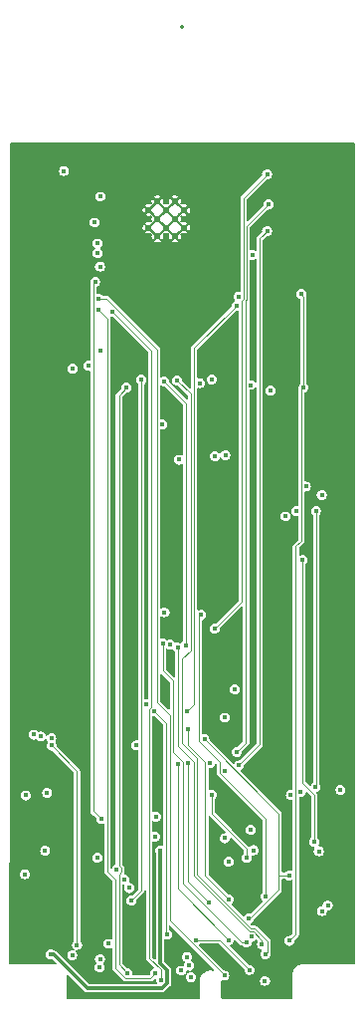
<source format=gbr>
%TF.GenerationSoftware,KiCad,Pcbnew,8.0.1-rc1*%
%TF.CreationDate,2024-08-06T22:31:27-04:00*%
%TF.ProjectId,SoM_ESP32_v1,536f4d5f-4553-4503-9332-5f76312e6b69,rev?*%
%TF.SameCoordinates,Original*%
%TF.FileFunction,Copper,L3,Inr*%
%TF.FilePolarity,Positive*%
%FSLAX46Y46*%
G04 Gerber Fmt 4.6, Leading zero omitted, Abs format (unit mm)*
G04 Created by KiCad (PCBNEW 8.0.1-rc1) date 2024-08-06 22:31:27*
%MOMM*%
%LPD*%
G01*
G04 APERTURE LIST*
%TA.AperFunction,ComponentPad*%
%ADD10C,0.600000*%
%TD*%
%TA.AperFunction,ViaPad*%
%ADD11C,0.450000*%
%TD*%
%TA.AperFunction,Conductor*%
%ADD12C,0.300000*%
%TD*%
%TA.AperFunction,Conductor*%
%ADD13C,0.120000*%
%TD*%
%ADD14C,0.270000*%
%ADD15C,0.300000*%
%ADD16C,0.350000*%
G04 APERTURE END LIST*
D10*
%TO.N,GND*%
%TO.C,U701*%
X133150000Y-70640000D03*
X133150000Y-72140000D03*
X133900000Y-69890000D03*
X133900000Y-71390000D03*
X133900000Y-72890000D03*
X134650000Y-70640000D03*
X134650000Y-72140000D03*
X135400000Y-69890000D03*
X135400000Y-71390000D03*
X135400000Y-72890000D03*
X136150000Y-70640000D03*
X136150000Y-72140000D03*
%TD*%
D11*
%TO.N,GND*%
X143300000Y-109750000D03*
X134375000Y-110600000D03*
X135050000Y-109050000D03*
%TO.N,GPIO48{slash}CAN_INT*%
X147894900Y-94850000D03*
%TO.N,RESET_OTHERS*%
X144825000Y-96675000D03*
%TO.N,GND*%
X135450000Y-78675000D03*
X134550000Y-100925000D03*
X133475000Y-76775000D03*
X128875000Y-130425000D03*
X137575000Y-101250000D03*
X124025000Y-105575000D03*
X144850000Y-91925000D03*
X127575000Y-134900000D03*
X122125000Y-83175000D03*
X139375000Y-88950000D03*
X147975000Y-78325000D03*
X143775000Y-89050000D03*
X123875000Y-78475000D03*
X139950000Y-101125000D03*
X140000000Y-87200000D03*
X143900000Y-132950000D03*
X147375000Y-93200000D03*
X138425000Y-82100000D03*
X138700000Y-89825000D03*
X138825000Y-133300000D03*
X142050000Y-89150000D03*
X133975000Y-120425000D03*
X144975000Y-114500000D03*
X135050000Y-133400000D03*
X142025000Y-114400000D03*
X129739900Y-135775000D03*
X149975000Y-94250000D03*
X148500000Y-82800000D03*
X132125000Y-130575000D03*
X142725000Y-118500000D03*
X138575000Y-66750000D03*
X122275000Y-69850000D03*
X145125000Y-136200000D03*
X121900000Y-134000000D03*
X143475000Y-95525000D03*
X142025000Y-81000000D03*
X139700000Y-120800000D03*
X135325000Y-135850000D03*
%TO.N,Vcc_3V3*%
X122687100Y-120389400D03*
X125954600Y-67311300D03*
X140510000Y-111393300D03*
X146537300Y-94138500D03*
X134125400Y-125074800D03*
X124825000Y-133900000D03*
X149487300Y-119932200D03*
%TO.N,CHIP_EN*%
X129037200Y-69500200D03*
X131324200Y-135482000D03*
X131262700Y-85747400D03*
%TO.N,I2C_SDA_0_TCA*%
X143114400Y-128957500D03*
X137632500Y-105039200D03*
%TO.N,I2C_SDA_1_TCA*%
X141502900Y-125694500D03*
X134984600Y-107577900D03*
X138555700Y-120327200D03*
%TO.N,I2C_SDA_3_TCA*%
X145127000Y-127188900D03*
X141692400Y-130873400D03*
X137904400Y-115637100D03*
%TO.N,I2C_SCL_3_TCA*%
X139953400Y-126050100D03*
%TO.N,I2C_SDA_2_TCA*%
X137200000Y-132675000D03*
X141725000Y-135225000D03*
X134745100Y-132232400D03*
X133626500Y-113248300D03*
%TO.N,I2C_SCL_2_TCA*%
X139959500Y-129229000D03*
X136544900Y-114760000D03*
%TO.N,I2C_SCL_0_TCA*%
X142799800Y-133049400D03*
X135636900Y-107830000D03*
%TO.N,I2C_SCL_1_TCA*%
X141476400Y-132892400D03*
X134351500Y-107475800D03*
%TO.N,I2S_BCLK*%
X143096351Y-133890549D03*
X135595800Y-85130900D03*
%TO.N,GPIO17_U1_TXD*%
X139604600Y-135710400D03*
X128875600Y-78171800D03*
%TO.N,RESET_OTHERS*%
X134491800Y-85221000D03*
X131088450Y-127551550D03*
X136311800Y-107610400D03*
%TO.N,GPIO15*%
X134191444Y-136073546D03*
X130100800Y-79286700D03*
%TO.N,I2S_WS*%
X137491800Y-85350600D03*
X143063900Y-136154200D03*
%TO.N,GPIO48{slash}CAN_INT*%
X141869600Y-85512300D03*
X135932316Y-135283517D03*
%TO.N,DEBUG+*%
X126687350Y-84112650D03*
%TO.N,SPI_CLK_ESP32*%
X124345000Y-125122300D03*
X147393800Y-96224500D03*
X128806000Y-73476400D03*
X139659200Y-124035100D03*
X147368700Y-119683500D03*
%TO.N,SPI_MISO_ESP32*%
X147237700Y-124355100D03*
X129020300Y-82552800D03*
X136443600Y-134120600D03*
X146268700Y-100375000D03*
%TO.N,Net-(J201J-PWM_2_PCA)*%
X123969300Y-115388600D03*
%TO.N,GPIO16*%
X128600400Y-76731800D03*
X129132200Y-122404500D03*
%TO.N,Net-(J201D-CAN_L_MCP2515)*%
X126650000Y-133975000D03*
X145256700Y-120369100D03*
%TO.N,I2S_DIN{slash}DOUT*%
X141922200Y-132410200D03*
X138520400Y-85024300D03*
%TO.N,SUSCLK*%
X132541800Y-85074300D03*
X131690000Y-129326699D03*
%TO.N,SPI_MOSI_ESP32*%
X145707800Y-96224500D03*
X122616100Y-127092000D03*
X147641400Y-125139300D03*
X136608700Y-134869300D03*
X128806000Y-74306000D03*
%TO.N,GPIO47*%
X143532900Y-85980900D03*
X136762316Y-135825000D03*
%TO.N,Net-(J201J-PWM_1_PCA)*%
X123373600Y-115228800D03*
%TO.N,Net-(J201J-PWM_3_PCA)*%
X127063500Y-133102100D03*
X124893300Y-116161500D03*
%TO.N,I2C_SCL_ESP32*%
X136458500Y-113221800D03*
X140623900Y-78760200D03*
X130431600Y-126727500D03*
%TO.N,GPIO38_ADDRESSABLE_LED*%
X146357400Y-85716500D03*
X146148200Y-77790900D03*
X145155500Y-132754500D03*
%TO.N,GPIO18_U1_RXD*%
X128868600Y-79127300D03*
X133712500Y-135535896D03*
%TO.N,Net-(J201I-ADC_1_MCP3202)*%
X129738200Y-133002200D03*
X141861000Y-123318000D03*
%TO.N,DEBUG-*%
X128036800Y-83886800D03*
%TO.N,I2C_SDA_ESP32*%
X131511600Y-128268000D03*
X143241000Y-67598600D03*
X138773500Y-106235500D03*
%TO.N,Net-(J201I-ADC_2_MCP3202)*%
X128986100Y-135015500D03*
X142092800Y-125059000D03*
%TO.N,Net-(J201D-CAN_H_MCP2515)*%
X146106000Y-120130900D03*
X129017300Y-134326800D03*
%TO.N,Net-(J201J-PWM_4_PCA)*%
X124875500Y-115547700D03*
%TO.N,Net-(D309-A)*%
X132083900Y-116150000D03*
%TO.N,DTR*%
X138398300Y-117652100D03*
X135722400Y-91858300D03*
%TO.N,RTS*%
X139634900Y-118330700D03*
X134325100Y-88857600D03*
%TO.N,Net-(D310-A)*%
X139648200Y-113781300D03*
%TO.N,/Communication/D-*%
X147900000Y-130225000D03*
X133700000Y-123900000D03*
%TO.N,/Communication/D+*%
X133775000Y-122200000D03*
X148400000Y-129725000D03*
%TO.N,Net-(U701-IO45)*%
X141981900Y-74450300D03*
%TO.N,Net-(U701-IO46)*%
X140826700Y-77978200D03*
%TO.N,U0RXD*%
X140839400Y-117845800D03*
X143241000Y-72419000D03*
%TO.N,U0TXD*%
X143363700Y-70167600D03*
X140674700Y-116690100D03*
%TO.N,LDAC_DAC*%
X132959300Y-112636600D03*
X128784800Y-125708600D03*
%TO.N,SPI_DAC_ESP32*%
X124514200Y-120176300D03*
X134506900Y-104829200D03*
%TO.N,Net-(U601-A1)*%
X138810500Y-91544400D03*
X128570000Y-71700500D03*
%TO.N,SPI_6_ESP32*%
X135633200Y-117703000D03*
X139983300Y-132697700D03*
%TO.N,SPI_5_ESP32*%
X138253100Y-129473700D03*
X136466700Y-117644700D03*
%TO.N,Net-(U601-A0)*%
X139688300Y-91467900D03*
X129014500Y-75438300D03*
%TD*%
D12*
%TO.N,Vcc_3V3*%
X124825000Y-133900000D02*
X125047550Y-133900000D01*
X125047550Y-133900000D02*
X127922550Y-136775000D01*
X127922550Y-136775000D02*
X134275000Y-136775000D01*
X134696444Y-135218544D02*
X134125400Y-134647500D01*
X134696444Y-136353556D02*
X134696444Y-135218544D01*
X134275000Y-136775000D02*
X134696444Y-136353556D01*
X134125400Y-134647500D02*
X134125400Y-125074800D01*
D13*
%TO.N,CHIP_EN*%
X130846600Y-126899399D02*
X130625000Y-127120999D01*
X130625000Y-127120999D02*
X130625000Y-134782800D01*
X130625000Y-134782800D02*
X131324200Y-135482000D01*
X130846600Y-126555601D02*
X130846600Y-126899399D01*
X131262700Y-85747400D02*
X130625000Y-86385100D01*
X130625000Y-126334001D02*
X130846600Y-126555601D01*
X130625000Y-86385100D02*
X130625000Y-126334001D01*
%TO.N,I2C_SDA_0_TCA*%
X143114400Y-122424200D02*
X143114400Y-128957500D01*
X137632500Y-105039200D02*
X137469100Y-105202600D01*
X137469100Y-105202600D02*
X137469100Y-115815300D01*
X139218200Y-117564400D02*
X139218200Y-118528000D01*
X137469100Y-115815300D02*
X139218200Y-117564400D01*
X139218200Y-118528000D02*
X143114400Y-122424200D01*
%TO.N,I2C_SDA_1_TCA*%
X138555700Y-121984300D02*
X138555700Y-120327200D01*
X141502900Y-124931500D02*
X138555700Y-121984300D01*
X141502900Y-125694500D02*
X141502900Y-124931500D01*
%TO.N,I2C_SDA_3_TCA*%
X145127000Y-127188900D02*
X144243300Y-127188900D01*
X141787900Y-130873400D02*
X144243300Y-128418000D01*
X144243300Y-121976000D02*
X137904400Y-115637100D01*
X141692400Y-130873400D02*
X141787900Y-130873400D01*
X144243300Y-128418000D02*
X144243300Y-127188900D01*
X144243300Y-127188900D02*
X144243300Y-121976000D01*
%TO.N,I2C_SDA_2_TCA*%
X134621200Y-114243000D02*
X133626500Y-113248300D01*
X139175000Y-132675000D02*
X141725000Y-135225000D01*
X134621200Y-132108500D02*
X134621200Y-114243000D01*
X134745100Y-132232400D02*
X134621200Y-132108500D01*
X137200000Y-132675000D02*
X139175000Y-132675000D01*
%TO.N,I2C_SCL_2_TCA*%
X137981500Y-127251000D02*
X137981500Y-117561500D01*
X137981500Y-117561500D02*
X136544900Y-116124900D01*
X136544900Y-116124900D02*
X136544900Y-114760000D01*
X139959500Y-129229000D02*
X137981500Y-127251000D01*
%TO.N,I2C_SCL_0_TCA*%
X136970100Y-117538600D02*
X135636900Y-116205400D01*
X142799800Y-132698400D02*
X142094900Y-131993500D01*
X135636900Y-116205400D02*
X135636900Y-107830000D01*
X142799800Y-133049400D02*
X142799800Y-132698400D01*
X142094900Y-131993500D02*
X141743900Y-131993500D01*
X136970100Y-127219700D02*
X136970100Y-117538600D01*
X141743900Y-131993500D02*
X136970100Y-127219700D01*
%TO.N,I2C_SCL_1_TCA*%
X135206200Y-116686600D02*
X135206200Y-110649700D01*
X135206200Y-110649700D02*
X134351500Y-109795000D01*
X134351500Y-109795000D02*
X134351500Y-107475800D01*
X141082200Y-132892400D02*
X136049900Y-127860100D01*
X136049900Y-117530300D02*
X135206200Y-116686600D01*
X141476400Y-132892400D02*
X141082200Y-132892400D01*
X136049900Y-127860100D02*
X136049900Y-117530300D01*
%TO.N,I2S_BCLK*%
X143096351Y-133890549D02*
X143271100Y-133715800D01*
X136007700Y-115977900D02*
X136007700Y-108784400D01*
X136736400Y-108055700D02*
X136736400Y-86271500D01*
X143271100Y-133715800D02*
X143271100Y-132813600D01*
X142185600Y-131728100D02*
X141869200Y-131728100D01*
X136736400Y-86271500D02*
X135595800Y-85130900D01*
X137260700Y-117230900D02*
X136007700Y-115977900D01*
X143271100Y-132813600D02*
X142185600Y-131728100D01*
X141869200Y-131728100D02*
X137260700Y-127119600D01*
X136007700Y-108784400D02*
X136736400Y-108055700D01*
X137260700Y-127119600D02*
X137260700Y-117230900D01*
%TO.N,GPIO17_U1_TXD*%
X134953300Y-113587300D02*
X133883300Y-112517300D01*
X129575300Y-78171800D02*
X128875600Y-78171800D01*
X133883300Y-82479800D02*
X129575300Y-78171800D01*
X134953300Y-131059100D02*
X134953300Y-113587300D01*
X133883300Y-112517300D02*
X133883300Y-82479800D01*
X139604600Y-135710400D02*
X134953300Y-131059100D01*
%TO.N,RESET_OTHERS*%
X136311800Y-107610400D02*
X136311800Y-87041000D01*
X136311800Y-87041000D02*
X134491800Y-85221000D01*
%TO.N,GPIO15*%
X133209800Y-134212732D02*
X133209800Y-113075700D01*
X134191444Y-136073546D02*
X134191444Y-135194376D01*
X133209800Y-113075700D02*
X133376100Y-112909400D01*
X134191444Y-135194376D02*
X133209800Y-134212732D01*
X133376100Y-82562000D02*
X130100800Y-79286700D01*
X133376100Y-112909400D02*
X133376100Y-82562000D01*
%TO.N,SPI_CLK_ESP32*%
X147393800Y-119658400D02*
X147368700Y-119683500D01*
X147393800Y-96224500D02*
X147393800Y-119658400D01*
%TO.N,SPI_MISO_ESP32*%
X147237700Y-120319200D02*
X147237700Y-124355100D01*
X146268700Y-100375000D02*
X146268700Y-119350200D01*
X146268700Y-119350200D02*
X147237700Y-120319200D01*
%TO.N,GPIO16*%
X129132200Y-122404500D02*
X128451800Y-121724100D01*
X128451800Y-76880400D02*
X128600400Y-76731800D01*
X128451800Y-121724100D02*
X128451800Y-76880400D01*
%TO.N,SUSCLK*%
X132541800Y-128474899D02*
X132541800Y-85074300D01*
X131690000Y-129326699D02*
X132541800Y-128474899D01*
%TO.N,Net-(J201J-PWM_3_PCA)*%
X127063500Y-118331700D02*
X124893300Y-116161500D01*
X127063500Y-133102100D02*
X127063500Y-118331700D01*
%TO.N,I2C_SCL_ESP32*%
X137047300Y-112633000D02*
X136458500Y-113221800D01*
X140623900Y-78760200D02*
X137047300Y-82336800D01*
X137047300Y-82336800D02*
X137047300Y-112633000D01*
%TO.N,GPIO38_ADDRESSABLE_LED*%
X146120600Y-85931600D02*
X146120600Y-94311100D01*
X145689300Y-99226700D02*
X145689300Y-132220700D01*
X146335700Y-85716500D02*
X146120600Y-85931600D01*
X146120600Y-94311100D02*
X146174300Y-94364800D01*
X146174300Y-94364800D02*
X146174300Y-98741700D01*
X146335700Y-85716500D02*
X146357400Y-85716500D01*
X146335700Y-77978400D02*
X146148200Y-77790900D01*
X145689300Y-132220700D02*
X145155500Y-132754500D01*
X146174300Y-98741700D02*
X145689300Y-99226700D01*
X146335700Y-85716500D02*
X146335700Y-77978400D01*
%TO.N,GPIO18_U1_RXD*%
X133295096Y-135953300D02*
X131201400Y-135953300D01*
X129641800Y-126887400D02*
X129641800Y-79900500D01*
X130336200Y-127581800D02*
X129641800Y-126887400D01*
X130336200Y-135088100D02*
X130336200Y-127581800D01*
X133712500Y-135535896D02*
X133295096Y-135953300D01*
X129641800Y-79900500D02*
X128868600Y-79127300D01*
X131201400Y-135953300D02*
X130336200Y-135088100D01*
%TO.N,I2C_SDA_ESP32*%
X141243400Y-78150900D02*
X141243400Y-69596200D01*
X141243400Y-69596200D02*
X143241000Y-67598600D01*
X138773500Y-106235500D02*
X141064500Y-103944500D01*
X141064500Y-103944500D02*
X141064500Y-78329800D01*
X141064500Y-78329800D02*
X141243400Y-78150900D01*
%TO.N,U0RXD*%
X142625600Y-73034400D02*
X143241000Y-72419000D01*
X142625600Y-116059600D02*
X142625600Y-73034400D01*
X140839400Y-117845800D02*
X142625600Y-116059600D01*
%TO.N,U0TXD*%
X141495100Y-78255300D02*
X141495100Y-72036200D01*
X141452900Y-78297500D02*
X141495100Y-78255300D01*
X141495100Y-72036200D02*
X143363700Y-70167600D01*
X140674700Y-116690100D02*
X141452900Y-115911900D01*
X141452900Y-115911900D02*
X141452900Y-78297500D01*
%TO.N,SPI_6_ESP32*%
X139983300Y-132697700D02*
X135633200Y-128347600D01*
X135633200Y-128347600D02*
X135633200Y-117703000D01*
%TO.N,SPI_5_ESP32*%
X138253100Y-129473700D02*
X136466700Y-127687300D01*
X136466700Y-127687300D02*
X136466700Y-117644700D01*
%TD*%
%TA.AperFunction,Conductor*%
%TO.N,GND*%
G36*
X135008026Y-131482228D02*
G01*
X138698966Y-135173169D01*
X138720640Y-135225495D01*
X138698966Y-135277821D01*
X138646640Y-135299495D01*
X138632204Y-135298073D01*
X138513691Y-135274500D01*
X138336309Y-135274500D01*
X138297453Y-135282229D01*
X138162339Y-135309104D01*
X138162329Y-135309107D01*
X137998455Y-135376985D01*
X137850968Y-135475533D01*
X137725533Y-135600968D01*
X137626985Y-135748455D01*
X137559107Y-135912329D01*
X137559104Y-135912339D01*
X137524500Y-136086310D01*
X137524500Y-137613426D01*
X137502826Y-137665752D01*
X137450539Y-137687426D01*
X126249539Y-137693318D01*
X126197202Y-137671671D01*
X126175500Y-137619357D01*
X126175500Y-135702284D01*
X126197174Y-135649958D01*
X126249500Y-135628284D01*
X126301826Y-135649958D01*
X127707338Y-137055470D01*
X127787262Y-137101614D01*
X127787263Y-137101614D01*
X127787265Y-137101615D01*
X127831834Y-137113557D01*
X127876403Y-137125499D01*
X127876404Y-137125500D01*
X127876406Y-137125500D01*
X134321146Y-137125500D01*
X134321146Y-137125499D01*
X134410288Y-137101614D01*
X134490212Y-137055470D01*
X134976914Y-136568768D01*
X135023058Y-136488844D01*
X135046943Y-136399702D01*
X135046944Y-136399702D01*
X135046944Y-135283517D01*
X135501512Y-135283517D01*
X135522596Y-135416643D01*
X135583787Y-135536736D01*
X135583788Y-135536737D01*
X135679096Y-135632045D01*
X135799189Y-135693235D01*
X135799189Y-135693236D01*
X135817391Y-135696118D01*
X135932316Y-135714321D01*
X136065442Y-135693236D01*
X136185536Y-135632045D01*
X136257929Y-135559651D01*
X136310254Y-135537978D01*
X136331122Y-135546621D01*
X136310377Y-135496538D01*
X136318441Y-135462947D01*
X136342035Y-135416643D01*
X136356243Y-135326931D01*
X136385835Y-135278642D01*
X136440908Y-135265420D01*
X136462925Y-135272574D01*
X136475574Y-135279019D01*
X136571832Y-135294264D01*
X136620122Y-135323857D01*
X136633344Y-135378929D01*
X136603751Y-135427220D01*
X136593851Y-135433287D01*
X136509094Y-135476473D01*
X136436703Y-135548864D01*
X136384377Y-135570538D01*
X136363508Y-135561894D01*
X136384254Y-135611978D01*
X136376189Y-135645571D01*
X136370976Y-135655803D01*
X136352596Y-135691876D01*
X136331512Y-135825000D01*
X136352596Y-135958126D01*
X136411406Y-136073546D01*
X136413788Y-136078220D01*
X136509096Y-136173528D01*
X136629189Y-136234718D01*
X136629189Y-136234719D01*
X136647391Y-136237601D01*
X136762316Y-136255804D01*
X136895442Y-136234719D01*
X137015536Y-136173528D01*
X137110844Y-136078220D01*
X137172035Y-135958126D01*
X137193120Y-135825000D01*
X137172035Y-135691874D01*
X137172035Y-135691873D01*
X137110844Y-135571780D01*
X137015535Y-135476471D01*
X136895442Y-135415281D01*
X136895441Y-135415280D01*
X136799184Y-135400035D01*
X136750893Y-135370442D01*
X136737671Y-135315370D01*
X136767264Y-135267079D01*
X136777146Y-135261022D01*
X136861920Y-135217828D01*
X136957228Y-135122520D01*
X137018419Y-135002426D01*
X137039504Y-134869300D01*
X137018419Y-134736174D01*
X137018419Y-134736173D01*
X136957228Y-134616080D01*
X136861921Y-134520773D01*
X136861920Y-134520772D01*
X136824421Y-134501665D01*
X136809085Y-134493851D01*
X136772303Y-134450783D01*
X136776747Y-134394321D01*
X136790358Y-134375589D01*
X136792128Y-134373820D01*
X136853319Y-134253726D01*
X136874404Y-134120600D01*
X136853319Y-133987474D01*
X136853319Y-133987473D01*
X136792128Y-133867380D01*
X136696819Y-133772071D01*
X136576726Y-133710881D01*
X136576726Y-133710880D01*
X136443600Y-133689796D01*
X136310473Y-133710880D01*
X136310473Y-133710881D01*
X136190380Y-133772071D01*
X136095071Y-133867380D01*
X136033881Y-133987473D01*
X136033880Y-133987473D01*
X136012796Y-134120600D01*
X136033880Y-134253726D01*
X136095071Y-134373819D01*
X136095072Y-134373820D01*
X136190380Y-134469128D01*
X136233547Y-134491122D01*
X136243213Y-134496048D01*
X136279995Y-134539116D01*
X136275551Y-134595578D01*
X136261947Y-134614303D01*
X136260174Y-134616075D01*
X136260173Y-134616077D01*
X136198980Y-134736176D01*
X136184772Y-134825883D01*
X136155179Y-134874174D01*
X136100107Y-134887396D01*
X136078089Y-134880242D01*
X136065440Y-134873797D01*
X136065442Y-134873797D01*
X135932316Y-134852713D01*
X135799189Y-134873797D01*
X135799189Y-134873798D01*
X135679096Y-134934988D01*
X135583787Y-135030297D01*
X135522597Y-135150390D01*
X135522596Y-135150390D01*
X135501512Y-135283517D01*
X135046944Y-135283517D01*
X135046944Y-135172398D01*
X135046943Y-135172397D01*
X135023059Y-135083259D01*
X135023057Y-135083254D01*
X135004548Y-135051196D01*
X134976914Y-135003332D01*
X134497574Y-134523992D01*
X134475900Y-134471666D01*
X134475900Y-132693542D01*
X134497574Y-132641216D01*
X134549900Y-132619542D01*
X134583493Y-132627607D01*
X134611974Y-132642119D01*
X134611973Y-132642119D01*
X134626028Y-132644345D01*
X134745100Y-132663204D01*
X134878226Y-132642119D01*
X134998320Y-132580928D01*
X135093628Y-132485620D01*
X135154819Y-132365526D01*
X135175904Y-132232400D01*
X135154819Y-132099274D01*
X135154819Y-132099273D01*
X135093628Y-131979180D01*
X134998321Y-131883873D01*
X134998320Y-131883872D01*
X134922103Y-131845037D01*
X134885322Y-131801971D01*
X134881700Y-131779104D01*
X134881700Y-131534554D01*
X134903374Y-131482228D01*
X134955700Y-131460554D01*
X135008026Y-131482228D01*
G37*
%TD.AperFunction*%
%TA.AperFunction,Conductor*%
G36*
X133586488Y-72435067D02*
G01*
X133598044Y-72439378D01*
X133604132Y-72452710D01*
X133891422Y-72740000D01*
X133870163Y-72740000D01*
X133815032Y-72762836D01*
X133772836Y-72805032D01*
X133750000Y-72860163D01*
X133750000Y-72881421D01*
X133463507Y-72594928D01*
X133451954Y-72590619D01*
X133445866Y-72577288D01*
X133158579Y-72290000D01*
X133179837Y-72290000D01*
X133234968Y-72267164D01*
X133277164Y-72224968D01*
X133300000Y-72169837D01*
X133300000Y-72148579D01*
X133586488Y-72435067D01*
G37*
%TD.AperFunction*%
%TA.AperFunction,Conductor*%
G36*
X135086488Y-72435067D02*
G01*
X135098044Y-72439378D01*
X135104132Y-72452710D01*
X135391422Y-72740000D01*
X135370163Y-72740000D01*
X135315032Y-72762836D01*
X135272836Y-72805032D01*
X135250000Y-72860163D01*
X135250000Y-72881421D01*
X134963507Y-72594928D01*
X134951954Y-72590619D01*
X134945866Y-72577288D01*
X134658579Y-72290000D01*
X134679837Y-72290000D01*
X134734968Y-72267164D01*
X134777164Y-72224968D01*
X134800000Y-72169837D01*
X134800000Y-72148579D01*
X135086488Y-72435067D01*
G37*
%TD.AperFunction*%
%TA.AperFunction,Conductor*%
G36*
X134500000Y-72169837D02*
G01*
X134522836Y-72224968D01*
X134565032Y-72267164D01*
X134620163Y-72290000D01*
X134641421Y-72290000D01*
X134358024Y-72573396D01*
X134355233Y-72582900D01*
X134340449Y-72590970D01*
X134050000Y-72881419D01*
X134050000Y-72860163D01*
X134027164Y-72805032D01*
X133984968Y-72762836D01*
X133929837Y-72740000D01*
X133908576Y-72740000D01*
X134191969Y-72456607D01*
X134194758Y-72447108D01*
X134209545Y-72439032D01*
X134500000Y-72148577D01*
X134500000Y-72169837D01*
G37*
%TD.AperFunction*%
%TA.AperFunction,Conductor*%
G36*
X136000000Y-72169837D02*
G01*
X136022836Y-72224968D01*
X136065032Y-72267164D01*
X136120163Y-72290000D01*
X136141421Y-72290000D01*
X135858024Y-72573396D01*
X135855233Y-72582900D01*
X135840449Y-72590970D01*
X135550000Y-72881419D01*
X135550000Y-72860163D01*
X135527164Y-72805032D01*
X135484968Y-72762836D01*
X135429837Y-72740000D01*
X135408576Y-72740000D01*
X135691969Y-72456607D01*
X135694758Y-72447108D01*
X135709545Y-72439032D01*
X136000000Y-72148577D01*
X136000000Y-72169837D01*
G37*
%TD.AperFunction*%
%TA.AperFunction,Conductor*%
G36*
X134336488Y-71685067D02*
G01*
X134348044Y-71689378D01*
X134354132Y-71702710D01*
X134641422Y-71990000D01*
X134620163Y-71990000D01*
X134565032Y-72012836D01*
X134522836Y-72055032D01*
X134500000Y-72110163D01*
X134500000Y-72131421D01*
X134213507Y-71844928D01*
X134201954Y-71840619D01*
X134195866Y-71827288D01*
X133908579Y-71540000D01*
X133929837Y-71540000D01*
X133984968Y-71517164D01*
X134027164Y-71474968D01*
X134050000Y-71419837D01*
X134050000Y-71398579D01*
X134336488Y-71685067D01*
G37*
%TD.AperFunction*%
%TA.AperFunction,Conductor*%
G36*
X135836488Y-71685067D02*
G01*
X135848044Y-71689378D01*
X135854132Y-71702710D01*
X136141422Y-71990000D01*
X136120163Y-71990000D01*
X136065032Y-72012836D01*
X136022836Y-72055032D01*
X136000000Y-72110163D01*
X136000000Y-72131421D01*
X135713507Y-71844928D01*
X135701954Y-71840619D01*
X135695866Y-71827288D01*
X135408579Y-71540000D01*
X135429837Y-71540000D01*
X135484968Y-71517164D01*
X135527164Y-71474968D01*
X135550000Y-71419837D01*
X135550000Y-71398579D01*
X135836488Y-71685067D01*
G37*
%TD.AperFunction*%
%TA.AperFunction,Conductor*%
G36*
X133750000Y-71419837D02*
G01*
X133772836Y-71474968D01*
X133815032Y-71517164D01*
X133870163Y-71540000D01*
X133891421Y-71540000D01*
X133608024Y-71823396D01*
X133605233Y-71832900D01*
X133590449Y-71840970D01*
X133300000Y-72131419D01*
X133300000Y-72110163D01*
X133277164Y-72055032D01*
X133234968Y-72012836D01*
X133179837Y-71990000D01*
X133158576Y-71990000D01*
X133441969Y-71706607D01*
X133444758Y-71697108D01*
X133459545Y-71689032D01*
X133750000Y-71398577D01*
X133750000Y-71419837D01*
G37*
%TD.AperFunction*%
%TA.AperFunction,Conductor*%
G36*
X135250000Y-71419837D02*
G01*
X135272836Y-71474968D01*
X135315032Y-71517164D01*
X135370163Y-71540000D01*
X135391421Y-71540000D01*
X135108024Y-71823396D01*
X135105233Y-71832900D01*
X135090449Y-71840970D01*
X134800000Y-72131419D01*
X134800000Y-72110163D01*
X134777164Y-72055032D01*
X134734968Y-72012836D01*
X134679837Y-71990000D01*
X134658576Y-71990000D01*
X134941969Y-71706607D01*
X134944758Y-71697108D01*
X134959545Y-71689032D01*
X135250000Y-71398577D01*
X135250000Y-71419837D01*
G37*
%TD.AperFunction*%
%TA.AperFunction,Conductor*%
G36*
X133586488Y-70935067D02*
G01*
X133598044Y-70939378D01*
X133604132Y-70952710D01*
X133891422Y-71240000D01*
X133870163Y-71240000D01*
X133815032Y-71262836D01*
X133772836Y-71305032D01*
X133750000Y-71360163D01*
X133750000Y-71381421D01*
X133463507Y-71094928D01*
X133451954Y-71090619D01*
X133445866Y-71077288D01*
X133158579Y-70790000D01*
X133179837Y-70790000D01*
X133234968Y-70767164D01*
X133277164Y-70724968D01*
X133300000Y-70669837D01*
X133300000Y-70648579D01*
X133586488Y-70935067D01*
G37*
%TD.AperFunction*%
%TA.AperFunction,Conductor*%
G36*
X135086488Y-70935067D02*
G01*
X135098044Y-70939378D01*
X135104132Y-70952710D01*
X135391422Y-71240000D01*
X135370163Y-71240000D01*
X135315032Y-71262836D01*
X135272836Y-71305032D01*
X135250000Y-71360163D01*
X135250000Y-71381421D01*
X134963507Y-71094928D01*
X134951954Y-71090619D01*
X134945866Y-71077288D01*
X134658579Y-70790000D01*
X134679837Y-70790000D01*
X134734968Y-70767164D01*
X134777164Y-70724968D01*
X134800000Y-70669837D01*
X134800000Y-70648579D01*
X135086488Y-70935067D01*
G37*
%TD.AperFunction*%
%TA.AperFunction,Conductor*%
G36*
X134500000Y-70669837D02*
G01*
X134522836Y-70724968D01*
X134565032Y-70767164D01*
X134620163Y-70790000D01*
X134641421Y-70790000D01*
X134358024Y-71073396D01*
X134355233Y-71082900D01*
X134340449Y-71090970D01*
X134050000Y-71381419D01*
X134050000Y-71360163D01*
X134027164Y-71305032D01*
X133984968Y-71262836D01*
X133929837Y-71240000D01*
X133908576Y-71240000D01*
X134191969Y-70956607D01*
X134194758Y-70947108D01*
X134209545Y-70939032D01*
X134500000Y-70648577D01*
X134500000Y-70669837D01*
G37*
%TD.AperFunction*%
%TA.AperFunction,Conductor*%
G36*
X136000000Y-70669837D02*
G01*
X136022836Y-70724968D01*
X136065032Y-70767164D01*
X136120163Y-70790000D01*
X136141421Y-70790000D01*
X135858024Y-71073396D01*
X135855233Y-71082900D01*
X135840449Y-71090970D01*
X135550000Y-71381419D01*
X135550000Y-71360163D01*
X135527164Y-71305032D01*
X135484968Y-71262836D01*
X135429837Y-71240000D01*
X135408576Y-71240000D01*
X135691969Y-70956607D01*
X135694758Y-70947108D01*
X135709545Y-70939032D01*
X136000000Y-70648577D01*
X136000000Y-70669837D01*
G37*
%TD.AperFunction*%
%TA.AperFunction,Conductor*%
G36*
X134336488Y-70185067D02*
G01*
X134348044Y-70189378D01*
X134354132Y-70202710D01*
X134641422Y-70490000D01*
X134620163Y-70490000D01*
X134565032Y-70512836D01*
X134522836Y-70555032D01*
X134500000Y-70610163D01*
X134500000Y-70631421D01*
X134213507Y-70344928D01*
X134201954Y-70340619D01*
X134195866Y-70327288D01*
X133908579Y-70040000D01*
X133929837Y-70040000D01*
X133984968Y-70017164D01*
X134027164Y-69974968D01*
X134050000Y-69919837D01*
X134050000Y-69898579D01*
X134336488Y-70185067D01*
G37*
%TD.AperFunction*%
%TA.AperFunction,Conductor*%
G36*
X135836488Y-70185067D02*
G01*
X135848044Y-70189378D01*
X135854132Y-70202710D01*
X136141422Y-70490000D01*
X136120163Y-70490000D01*
X136065032Y-70512836D01*
X136022836Y-70555032D01*
X136000000Y-70610163D01*
X136000000Y-70631421D01*
X135713507Y-70344928D01*
X135701954Y-70340619D01*
X135695866Y-70327288D01*
X135408579Y-70040000D01*
X135429837Y-70040000D01*
X135484968Y-70017164D01*
X135527164Y-69974968D01*
X135550000Y-69919837D01*
X135550000Y-69898579D01*
X135836488Y-70185067D01*
G37*
%TD.AperFunction*%
%TA.AperFunction,Conductor*%
G36*
X133750000Y-69919837D02*
G01*
X133772836Y-69974968D01*
X133815032Y-70017164D01*
X133870163Y-70040000D01*
X133891421Y-70040000D01*
X133608024Y-70323396D01*
X133605233Y-70332900D01*
X133590449Y-70340970D01*
X133300000Y-70631419D01*
X133300000Y-70610163D01*
X133277164Y-70555032D01*
X133234968Y-70512836D01*
X133179837Y-70490000D01*
X133158576Y-70490000D01*
X133441969Y-70206607D01*
X133444758Y-70197108D01*
X133459545Y-70189032D01*
X133750000Y-69898577D01*
X133750000Y-69919837D01*
G37*
%TD.AperFunction*%
%TA.AperFunction,Conductor*%
G36*
X135250000Y-69919837D02*
G01*
X135272836Y-69974968D01*
X135315032Y-70017164D01*
X135370163Y-70040000D01*
X135391421Y-70040000D01*
X135108024Y-70323396D01*
X135105233Y-70332900D01*
X135090449Y-70340970D01*
X134800000Y-70631419D01*
X134800000Y-70610163D01*
X134777164Y-70555032D01*
X134734968Y-70512836D01*
X134679837Y-70490000D01*
X134658576Y-70490000D01*
X134941969Y-70206607D01*
X134944758Y-70197108D01*
X134959545Y-70189032D01*
X135250000Y-69898577D01*
X135250000Y-69919837D01*
G37*
%TD.AperFunction*%
%TA.AperFunction,Conductor*%
G36*
X150677718Y-64891399D02*
G01*
X150699500Y-64943681D01*
X150699500Y-134676582D01*
X150677826Y-134728908D01*
X150625963Y-134750581D01*
X146838121Y-134774255D01*
X146799201Y-134774499D01*
X146798740Y-134774500D01*
X146272595Y-134774500D01*
X146225000Y-134774500D01*
X146146158Y-134774500D01*
X146102315Y-134783220D01*
X145991508Y-134805261D01*
X145991498Y-134805264D01*
X145845825Y-134865603D01*
X145714711Y-134953210D01*
X145714710Y-134953212D01*
X145603212Y-135064710D01*
X145603210Y-135064711D01*
X145515603Y-135195825D01*
X145455264Y-135341498D01*
X145455261Y-135341508D01*
X145424500Y-135496159D01*
X145424500Y-137609270D01*
X145402826Y-137661596D01*
X145350539Y-137683270D01*
X139399539Y-137686401D01*
X139347202Y-137664754D01*
X139325500Y-137612440D01*
X139325500Y-136166497D01*
X139330594Y-136154200D01*
X142633096Y-136154200D01*
X142654180Y-136287326D01*
X142711438Y-136399700D01*
X142715372Y-136407420D01*
X142810680Y-136502728D01*
X142930773Y-136563918D01*
X142930773Y-136563919D01*
X142948975Y-136566801D01*
X143063900Y-136585004D01*
X143197026Y-136563919D01*
X143317120Y-136502728D01*
X143412428Y-136407420D01*
X143473619Y-136287326D01*
X143494704Y-136154200D01*
X143473619Y-136021074D01*
X143473619Y-136021073D01*
X143412428Y-135900980D01*
X143317119Y-135805671D01*
X143197026Y-135744481D01*
X143197026Y-135744480D01*
X143063900Y-135723396D01*
X142930773Y-135744480D01*
X142930773Y-135744481D01*
X142810680Y-135805671D01*
X142715371Y-135900980D01*
X142654181Y-136021073D01*
X142654180Y-136021073D01*
X142633096Y-136154200D01*
X139330594Y-136154200D01*
X139347174Y-136114171D01*
X139399500Y-136092497D01*
X139433090Y-136100561D01*
X139471474Y-136120119D01*
X139604600Y-136141204D01*
X139737726Y-136120119D01*
X139857820Y-136058928D01*
X139953128Y-135963620D01*
X140014319Y-135843526D01*
X140035404Y-135710400D01*
X140014319Y-135577274D01*
X140014319Y-135577273D01*
X139953128Y-135457180D01*
X139857819Y-135361871D01*
X139737726Y-135300681D01*
X139737726Y-135300680D01*
X139604600Y-135279596D01*
X139604597Y-135279596D01*
X139587968Y-135282229D01*
X139532896Y-135269005D01*
X139524069Y-135261466D01*
X138490822Y-134228219D01*
X137414549Y-133151947D01*
X137392876Y-133099622D01*
X137414550Y-133047296D01*
X137433279Y-133033687D01*
X137453220Y-133023528D01*
X137519574Y-132957174D01*
X137571900Y-132935500D01*
X139036446Y-132935500D01*
X139088772Y-132957174D01*
X141276066Y-135144469D01*
X141297740Y-135196795D01*
X141296829Y-135208368D01*
X141294196Y-135224996D01*
X141294196Y-135224999D01*
X141294196Y-135225000D01*
X141294795Y-135228780D01*
X141315280Y-135358126D01*
X141376471Y-135478219D01*
X141376472Y-135478220D01*
X141471780Y-135573528D01*
X141591873Y-135634718D01*
X141591873Y-135634719D01*
X141610075Y-135637601D01*
X141725000Y-135655804D01*
X141858126Y-135634719D01*
X141978220Y-135573528D01*
X142073528Y-135478220D01*
X142134719Y-135358126D01*
X142155804Y-135225000D01*
X142134719Y-135091874D01*
X142134719Y-135091873D01*
X142073528Y-134971780D01*
X141978219Y-134876471D01*
X141858126Y-134815281D01*
X141858126Y-134815280D01*
X141725000Y-134794196D01*
X141724997Y-134794196D01*
X141708368Y-134796829D01*
X141653296Y-134783605D01*
X141644469Y-134776066D01*
X140892078Y-134023675D01*
X140095300Y-133226898D01*
X140073627Y-133174573D01*
X140095301Y-133122247D01*
X140114032Y-133108639D01*
X140170382Y-133079927D01*
X140236520Y-133046228D01*
X140331828Y-132950920D01*
X140393019Y-132830826D01*
X140405740Y-132750507D01*
X140435333Y-132702217D01*
X140490405Y-132688995D01*
X140531155Y-132709758D01*
X140934639Y-133113242D01*
X141030383Y-133152900D01*
X141104500Y-133152900D01*
X141156826Y-133174574D01*
X141223180Y-133240928D01*
X141343273Y-133302118D01*
X141343273Y-133302119D01*
X141361475Y-133305001D01*
X141476400Y-133323204D01*
X141609526Y-133302119D01*
X141729620Y-133240928D01*
X141824928Y-133145620D01*
X141886119Y-133025526D01*
X141906757Y-132895219D01*
X141936350Y-132846929D01*
X141968268Y-132833707D01*
X142055326Y-132819919D01*
X142175420Y-132758728D01*
X142270728Y-132663420D01*
X142270730Y-132663417D01*
X142272691Y-132660719D01*
X142274597Y-132659550D01*
X142274846Y-132659302D01*
X142274905Y-132659361D01*
X142320981Y-132631124D01*
X142376053Y-132644345D01*
X142384885Y-132651887D01*
X142439551Y-132706553D01*
X142461225Y-132758879D01*
X142453160Y-132792474D01*
X142390080Y-132916276D01*
X142368996Y-133049400D01*
X142390080Y-133182526D01*
X142451271Y-133302619D01*
X142451272Y-133302620D01*
X142546580Y-133397928D01*
X142666673Y-133459118D01*
X142666673Y-133459119D01*
X142710249Y-133466020D01*
X142747125Y-133471861D01*
X142795416Y-133501454D01*
X142808638Y-133556526D01*
X142787875Y-133597275D01*
X142747826Y-133637324D01*
X142747822Y-133637329D01*
X142686632Y-133757422D01*
X142686631Y-133757422D01*
X142665547Y-133890549D01*
X142686631Y-134023675D01*
X142747822Y-134143768D01*
X142747823Y-134143769D01*
X142843131Y-134239077D01*
X142963224Y-134300267D01*
X142963224Y-134300268D01*
X142981426Y-134303150D01*
X143096351Y-134321353D01*
X143229477Y-134300268D01*
X143349571Y-134239077D01*
X143444879Y-134143769D01*
X143506070Y-134023675D01*
X143527155Y-133890549D01*
X143517564Y-133829996D01*
X143522287Y-133790100D01*
X143525286Y-133782858D01*
X143531600Y-133767617D01*
X143531600Y-132761783D01*
X143531214Y-132760852D01*
X143524938Y-132745700D01*
X143524938Y-132745699D01*
X143491943Y-132666041D01*
X143491941Y-132666038D01*
X142333162Y-131507260D01*
X142333160Y-131507258D01*
X142272732Y-131482228D01*
X142237417Y-131467600D01*
X142237416Y-131467600D01*
X142007754Y-131467600D01*
X141955428Y-131445926D01*
X141875748Y-131366246D01*
X141854074Y-131313920D01*
X141875748Y-131261594D01*
X141894478Y-131247986D01*
X141945620Y-131221928D01*
X142040928Y-131126620D01*
X142102119Y-131006526D01*
X142113213Y-130936473D01*
X142133974Y-130895726D01*
X144464141Y-128565561D01*
X144503800Y-128469817D01*
X144503800Y-128366183D01*
X144503800Y-127523400D01*
X144525474Y-127471074D01*
X144577800Y-127449400D01*
X144755100Y-127449400D01*
X144807426Y-127471074D01*
X144873780Y-127537428D01*
X144993873Y-127598618D01*
X144993873Y-127598619D01*
X145009362Y-127601072D01*
X145127000Y-127619704D01*
X145260126Y-127598619D01*
X145321206Y-127567496D01*
X145377667Y-127563053D01*
X145420734Y-127599835D01*
X145428800Y-127633431D01*
X145428800Y-132082145D01*
X145407126Y-132134471D01*
X145236030Y-132305566D01*
X145183704Y-132327240D01*
X145172130Y-132326329D01*
X145155503Y-132323696D01*
X145155500Y-132323696D01*
X145022373Y-132344780D01*
X145022373Y-132344781D01*
X144902280Y-132405971D01*
X144806971Y-132501280D01*
X144745781Y-132621373D01*
X144745780Y-132621373D01*
X144724696Y-132754500D01*
X144745780Y-132887626D01*
X144804159Y-133002200D01*
X144806972Y-133007720D01*
X144902280Y-133103028D01*
X145022373Y-133164218D01*
X145022373Y-133164219D01*
X145040575Y-133167101D01*
X145155500Y-133185304D01*
X145288626Y-133164219D01*
X145408720Y-133103028D01*
X145504028Y-133007720D01*
X145565219Y-132887626D01*
X145586304Y-132754500D01*
X145583670Y-132737872D01*
X145596888Y-132682801D01*
X145604425Y-132673975D01*
X145910141Y-132368261D01*
X145921640Y-132340500D01*
X145926262Y-132329342D01*
X145926262Y-132329341D01*
X145949800Y-132272517D01*
X145949800Y-130225000D01*
X147469196Y-130225000D01*
X147490280Y-130358126D01*
X147544698Y-130464926D01*
X147551472Y-130478220D01*
X147646780Y-130573528D01*
X147766873Y-130634718D01*
X147766873Y-130634719D01*
X147785075Y-130637601D01*
X147900000Y-130655804D01*
X148033126Y-130634719D01*
X148153220Y-130573528D01*
X148248528Y-130478220D01*
X148309719Y-130358126D01*
X148330804Y-130225000D01*
X148330803Y-130224999D01*
X148331715Y-130219248D01*
X148334963Y-130219762D01*
X148352478Y-130177478D01*
X148394762Y-130159963D01*
X148394248Y-130156715D01*
X148533126Y-130134719D01*
X148653220Y-130073528D01*
X148748528Y-129978220D01*
X148809719Y-129858126D01*
X148830804Y-129725000D01*
X148809719Y-129591874D01*
X148809719Y-129591873D01*
X148748528Y-129471780D01*
X148653219Y-129376471D01*
X148533126Y-129315281D01*
X148533126Y-129315280D01*
X148400000Y-129294196D01*
X148266873Y-129315280D01*
X148266873Y-129315281D01*
X148146780Y-129376471D01*
X148051471Y-129471780D01*
X147990281Y-129591873D01*
X147990280Y-129591873D01*
X147968285Y-129730752D01*
X147965036Y-129730237D01*
X147947522Y-129772522D01*
X147905237Y-129790036D01*
X147905752Y-129793285D01*
X147766873Y-129815280D01*
X147766873Y-129815281D01*
X147646780Y-129876471D01*
X147551471Y-129971780D01*
X147490281Y-130091873D01*
X147490280Y-130091873D01*
X147469196Y-130225000D01*
X145949800Y-130225000D01*
X145949800Y-120623607D01*
X145971474Y-120571281D01*
X146023800Y-120549607D01*
X146035372Y-120550517D01*
X146106000Y-120561704D01*
X146239126Y-120540619D01*
X146359220Y-120479428D01*
X146454528Y-120384120D01*
X146515719Y-120264026D01*
X146533800Y-120149864D01*
X146563391Y-120101575D01*
X146618463Y-120088353D01*
X146659214Y-120109116D01*
X146955526Y-120405428D01*
X146977200Y-120457754D01*
X146977200Y-123983200D01*
X146955526Y-124035526D01*
X146889172Y-124101879D01*
X146889171Y-124101880D01*
X146827981Y-124221973D01*
X146827980Y-124221973D01*
X146806896Y-124355100D01*
X146827980Y-124488226D01*
X146889171Y-124608319D01*
X146889172Y-124608320D01*
X146984480Y-124703628D01*
X147104573Y-124764818D01*
X147104573Y-124764819D01*
X147161095Y-124773771D01*
X147235384Y-124785537D01*
X147283675Y-124815130D01*
X147296897Y-124870202D01*
X147289743Y-124892221D01*
X147231680Y-125006176D01*
X147210596Y-125139300D01*
X147231680Y-125272426D01*
X147292871Y-125392519D01*
X147292872Y-125392520D01*
X147388180Y-125487828D01*
X147508273Y-125549018D01*
X147508273Y-125549019D01*
X147526475Y-125551901D01*
X147641400Y-125570104D01*
X147774526Y-125549019D01*
X147894620Y-125487828D01*
X147989928Y-125392520D01*
X148051119Y-125272426D01*
X148072204Y-125139300D01*
X148051119Y-125006174D01*
X148051119Y-125006173D01*
X147989928Y-124886080D01*
X147894619Y-124790771D01*
X147774526Y-124729581D01*
X147774525Y-124729580D01*
X147643715Y-124708862D01*
X147595424Y-124679269D01*
X147582202Y-124624197D01*
X147589355Y-124602182D01*
X147647419Y-124488226D01*
X147668504Y-124355100D01*
X147647419Y-124221974D01*
X147647419Y-124221973D01*
X147586228Y-124101880D01*
X147519874Y-124035526D01*
X147498200Y-123983200D01*
X147498200Y-120267383D01*
X147465440Y-120188292D01*
X147465440Y-120131656D01*
X147500212Y-120094040D01*
X147501822Y-120093219D01*
X147501826Y-120093219D01*
X147621920Y-120032028D01*
X147717228Y-119936720D01*
X147719531Y-119932200D01*
X149056496Y-119932200D01*
X149077580Y-120065326D01*
X149131750Y-120171639D01*
X149138772Y-120185420D01*
X149234080Y-120280728D01*
X149354173Y-120341918D01*
X149354173Y-120341919D01*
X149372375Y-120344801D01*
X149487300Y-120363004D01*
X149620426Y-120341919D01*
X149740520Y-120280728D01*
X149835828Y-120185420D01*
X149897019Y-120065326D01*
X149918104Y-119932200D01*
X149897019Y-119799074D01*
X149897019Y-119799073D01*
X149835828Y-119678980D01*
X149740519Y-119583671D01*
X149620426Y-119522481D01*
X149620426Y-119522480D01*
X149487300Y-119501396D01*
X149354173Y-119522480D01*
X149354173Y-119522481D01*
X149234080Y-119583671D01*
X149138771Y-119678980D01*
X149077581Y-119799073D01*
X149077580Y-119799073D01*
X149056496Y-119932200D01*
X147719531Y-119932200D01*
X147778419Y-119816626D01*
X147799504Y-119683500D01*
X147778419Y-119550374D01*
X147778419Y-119550373D01*
X147717228Y-119430280D01*
X147675974Y-119389026D01*
X147654300Y-119336700D01*
X147654300Y-96596400D01*
X147675974Y-96544074D01*
X147678175Y-96541873D01*
X147742328Y-96477720D01*
X147803519Y-96357626D01*
X147824604Y-96224500D01*
X147803519Y-96091374D01*
X147803519Y-96091373D01*
X147742328Y-95971280D01*
X147647019Y-95875971D01*
X147526926Y-95814781D01*
X147526926Y-95814780D01*
X147393800Y-95793696D01*
X147260673Y-95814780D01*
X147260673Y-95814781D01*
X147140580Y-95875971D01*
X147045271Y-95971280D01*
X146984081Y-96091373D01*
X146984080Y-96091373D01*
X146962996Y-96224500D01*
X146984080Y-96357626D01*
X147045271Y-96477719D01*
X147111626Y-96544074D01*
X147133300Y-96596400D01*
X147133300Y-119286500D01*
X147111626Y-119338826D01*
X147020173Y-119430278D01*
X146964140Y-119540248D01*
X146921073Y-119577030D01*
X146864610Y-119572586D01*
X146845880Y-119558978D01*
X146717182Y-119430280D01*
X146550874Y-119263971D01*
X146529200Y-119211645D01*
X146529200Y-100746900D01*
X146550874Y-100694574D01*
X146617228Y-100628220D01*
X146678419Y-100508126D01*
X146699504Y-100375000D01*
X146678419Y-100241874D01*
X146678419Y-100241873D01*
X146617228Y-100121780D01*
X146521919Y-100026471D01*
X146401826Y-99965281D01*
X146401826Y-99965280D01*
X146268700Y-99944196D01*
X146135576Y-99965280D01*
X146135574Y-99965280D01*
X146135574Y-99965281D01*
X146057393Y-100005116D01*
X146000933Y-100009559D01*
X145957865Y-99972776D01*
X145949800Y-99939181D01*
X145949800Y-99365254D01*
X145971474Y-99312928D01*
X146109519Y-99174883D01*
X146395142Y-98889261D01*
X146434800Y-98793516D01*
X146434800Y-98689883D01*
X146434800Y-94850000D01*
X147464096Y-94850000D01*
X147485180Y-94983126D01*
X147546371Y-95103219D01*
X147546372Y-95103220D01*
X147641680Y-95198528D01*
X147761773Y-95259718D01*
X147761773Y-95259719D01*
X147779975Y-95262601D01*
X147894900Y-95280804D01*
X148028026Y-95259719D01*
X148148120Y-95198528D01*
X148243428Y-95103220D01*
X148304619Y-94983126D01*
X148325704Y-94850000D01*
X148304619Y-94716874D01*
X148304619Y-94716873D01*
X148243428Y-94596780D01*
X148148119Y-94501471D01*
X148028026Y-94440281D01*
X148028026Y-94440280D01*
X147894900Y-94419196D01*
X147761773Y-94440280D01*
X147761773Y-94440281D01*
X147641680Y-94501471D01*
X147546371Y-94596780D01*
X147485181Y-94716873D01*
X147485180Y-94716873D01*
X147464096Y-94850000D01*
X146434800Y-94850000D01*
X146434800Y-94639712D01*
X146456474Y-94587386D01*
X146508800Y-94565712D01*
X146520368Y-94566622D01*
X146537300Y-94569304D01*
X146670426Y-94548219D01*
X146790520Y-94487028D01*
X146885828Y-94391720D01*
X146947019Y-94271626D01*
X146968104Y-94138500D01*
X146947019Y-94005374D01*
X146947019Y-94005373D01*
X146885828Y-93885280D01*
X146790519Y-93789971D01*
X146670426Y-93728781D01*
X146670426Y-93728780D01*
X146537300Y-93707696D01*
X146537299Y-93707696D01*
X146466675Y-93718881D01*
X146411603Y-93705659D01*
X146382011Y-93657367D01*
X146381100Y-93645792D01*
X146381100Y-86206752D01*
X146402774Y-86154426D01*
X146443523Y-86133663D01*
X146490526Y-86126219D01*
X146610620Y-86065028D01*
X146705928Y-85969720D01*
X146767119Y-85849626D01*
X146788204Y-85716500D01*
X146767119Y-85583374D01*
X146767119Y-85583373D01*
X146705928Y-85463280D01*
X146617874Y-85375226D01*
X146596200Y-85322900D01*
X146596200Y-77926582D01*
X146576201Y-77878302D01*
X146571479Y-77838406D01*
X146573876Y-77823272D01*
X146579004Y-77790900D01*
X146557919Y-77657774D01*
X146557919Y-77657773D01*
X146496728Y-77537680D01*
X146401419Y-77442371D01*
X146281326Y-77381181D01*
X146281326Y-77381180D01*
X146148200Y-77360096D01*
X146015073Y-77381180D01*
X146015073Y-77381181D01*
X145894980Y-77442371D01*
X145799671Y-77537680D01*
X145738481Y-77657773D01*
X145738480Y-77657773D01*
X145717396Y-77790900D01*
X145738480Y-77924026D01*
X145799671Y-78044119D01*
X145799672Y-78044120D01*
X145894980Y-78139428D01*
X145972045Y-78178694D01*
X146015069Y-78200617D01*
X146015071Y-78200617D01*
X146015074Y-78200619D01*
X146015076Y-78200619D01*
X146020610Y-78202417D01*
X146019893Y-78204621D01*
X146061056Y-78229832D01*
X146075200Y-78273343D01*
X146075200Y-85366300D01*
X146053526Y-85418626D01*
X146008872Y-85463279D01*
X146008871Y-85463280D01*
X145947681Y-85583373D01*
X145947680Y-85583373D01*
X145926596Y-85716500D01*
X145926596Y-85722324D01*
X145924362Y-85722324D01*
X145913033Y-85769477D01*
X145905504Y-85778292D01*
X145899761Y-85784035D01*
X145899758Y-85784039D01*
X145860100Y-85879783D01*
X145860100Y-94259283D01*
X145860100Y-94362917D01*
X145899759Y-94458661D01*
X145899763Y-94458665D01*
X145901326Y-94461004D01*
X145913800Y-94502121D01*
X145913800Y-95739680D01*
X145892126Y-95792006D01*
X145839800Y-95813680D01*
X145828224Y-95812769D01*
X145707800Y-95793696D01*
X145574673Y-95814780D01*
X145574673Y-95814781D01*
X145454580Y-95875971D01*
X145359271Y-95971280D01*
X145298081Y-96091373D01*
X145298080Y-96091373D01*
X145276996Y-96224500D01*
X145297966Y-96356901D01*
X145284744Y-96411973D01*
X145236453Y-96441566D01*
X145181381Y-96428344D01*
X145172551Y-96420803D01*
X145078219Y-96326471D01*
X144958126Y-96265281D01*
X144958126Y-96265280D01*
X144825000Y-96244196D01*
X144691873Y-96265280D01*
X144691873Y-96265281D01*
X144571780Y-96326471D01*
X144476471Y-96421780D01*
X144415281Y-96541873D01*
X144415280Y-96541873D01*
X144394196Y-96675000D01*
X144415280Y-96808126D01*
X144476471Y-96928219D01*
X144476472Y-96928220D01*
X144571780Y-97023528D01*
X144691873Y-97084718D01*
X144691873Y-97084719D01*
X144710075Y-97087601D01*
X144825000Y-97105804D01*
X144958126Y-97084719D01*
X145078220Y-97023528D01*
X145173528Y-96928220D01*
X145234719Y-96808126D01*
X145255804Y-96675000D01*
X145234833Y-96542596D01*
X145248055Y-96487526D01*
X145296346Y-96457933D01*
X145351418Y-96471155D01*
X145360248Y-96478696D01*
X145454580Y-96573028D01*
X145574673Y-96634218D01*
X145574673Y-96634219D01*
X145587371Y-96636230D01*
X145707800Y-96655304D01*
X145828225Y-96636230D01*
X145883296Y-96649452D01*
X145912889Y-96697742D01*
X145913800Y-96709319D01*
X145913800Y-98603145D01*
X145892126Y-98655471D01*
X145541739Y-99005859D01*
X145468458Y-99079140D01*
X145428800Y-99174883D01*
X145428800Y-119878910D01*
X145407126Y-119931236D01*
X145354800Y-119952910D01*
X145343225Y-119951999D01*
X145256701Y-119938296D01*
X145256700Y-119938296D01*
X145123573Y-119959380D01*
X145123573Y-119959381D01*
X145003480Y-120020571D01*
X144908171Y-120115880D01*
X144846981Y-120235973D01*
X144846980Y-120235973D01*
X144825896Y-120369100D01*
X144846980Y-120502226D01*
X144908171Y-120622319D01*
X144908172Y-120622320D01*
X145003480Y-120717628D01*
X145123573Y-120778818D01*
X145123573Y-120778819D01*
X145144658Y-120782158D01*
X145256700Y-120799904D01*
X145343224Y-120786200D01*
X145398296Y-120799422D01*
X145427889Y-120847713D01*
X145428800Y-120859289D01*
X145428800Y-126744368D01*
X145407126Y-126796694D01*
X145354800Y-126818368D01*
X145321207Y-126810303D01*
X145260126Y-126779181D01*
X145260124Y-126779180D01*
X145260123Y-126779180D01*
X145127000Y-126758096D01*
X144993873Y-126779180D01*
X144993873Y-126779181D01*
X144873780Y-126840371D01*
X144873779Y-126840372D01*
X144807426Y-126906726D01*
X144755100Y-126928400D01*
X144577800Y-126928400D01*
X144525474Y-126906726D01*
X144503800Y-126854400D01*
X144503800Y-121924183D01*
X144492984Y-121898072D01*
X144464141Y-121828439D01*
X144390861Y-121755159D01*
X140990685Y-118354983D01*
X140969011Y-118302657D01*
X140990685Y-118250331D01*
X141009415Y-118236723D01*
X141092620Y-118194328D01*
X141187928Y-118099020D01*
X141249119Y-117978926D01*
X141270204Y-117845800D01*
X141267570Y-117829172D01*
X141280788Y-117774101D01*
X141288326Y-117765274D01*
X142846441Y-116207161D01*
X142859051Y-116176717D01*
X142886100Y-116111417D01*
X142886100Y-85980900D01*
X143102096Y-85980900D01*
X143123180Y-86114026D01*
X143170427Y-86206752D01*
X143184372Y-86234120D01*
X143279680Y-86329428D01*
X143399773Y-86390618D01*
X143399773Y-86390619D01*
X143417975Y-86393501D01*
X143532900Y-86411704D01*
X143666026Y-86390619D01*
X143786120Y-86329428D01*
X143881428Y-86234120D01*
X143942619Y-86114026D01*
X143963704Y-85980900D01*
X143942619Y-85847774D01*
X143942619Y-85847773D01*
X143881428Y-85727680D01*
X143786119Y-85632371D01*
X143666026Y-85571181D01*
X143666026Y-85571180D01*
X143532900Y-85550096D01*
X143399773Y-85571180D01*
X143399773Y-85571181D01*
X143279680Y-85632371D01*
X143184371Y-85727680D01*
X143123181Y-85847773D01*
X143123180Y-85847773D01*
X143102096Y-85980900D01*
X142886100Y-85980900D01*
X142886100Y-73172953D01*
X142907773Y-73120628D01*
X143160469Y-72867931D01*
X143212794Y-72846258D01*
X143224368Y-72847169D01*
X143236627Y-72849111D01*
X143240999Y-72849804D01*
X143241000Y-72849804D01*
X143374126Y-72828719D01*
X143494220Y-72767528D01*
X143589528Y-72672220D01*
X143650719Y-72552126D01*
X143671804Y-72419000D01*
X143653601Y-72304075D01*
X143650719Y-72285873D01*
X143589528Y-72165780D01*
X143494219Y-72070471D01*
X143374126Y-72009281D01*
X143374126Y-72009280D01*
X143241000Y-71988196D01*
X143107873Y-72009280D01*
X143107873Y-72009281D01*
X142987780Y-72070471D01*
X142892471Y-72165780D01*
X142831281Y-72285873D01*
X142831280Y-72285873D01*
X142810196Y-72419000D01*
X142810196Y-72419002D01*
X142812829Y-72435630D01*
X142799606Y-72490702D01*
X142792066Y-72499530D01*
X142478039Y-72813559D01*
X142404758Y-72886840D01*
X142365100Y-72982583D01*
X142365100Y-74053100D01*
X142343426Y-74105426D01*
X142291100Y-74127100D01*
X142238774Y-74105426D01*
X142235119Y-74101771D01*
X142115026Y-74040581D01*
X142115026Y-74040580D01*
X141981900Y-74019496D01*
X141843022Y-74041492D01*
X141842565Y-74038607D01*
X141795979Y-74034923D01*
X141759213Y-73991842D01*
X141755600Y-73969002D01*
X141755600Y-72174753D01*
X141777273Y-72122428D01*
X143283169Y-70616531D01*
X143335494Y-70594858D01*
X143347068Y-70595769D01*
X143359327Y-70597711D01*
X143363699Y-70598404D01*
X143363700Y-70598404D01*
X143496826Y-70577319D01*
X143616920Y-70516128D01*
X143712228Y-70420820D01*
X143773419Y-70300726D01*
X143794504Y-70167600D01*
X143773419Y-70034474D01*
X143773419Y-70034473D01*
X143712228Y-69914380D01*
X143616919Y-69819071D01*
X143496826Y-69757881D01*
X143496826Y-69757880D01*
X143363700Y-69736796D01*
X143230573Y-69757880D01*
X143230573Y-69757881D01*
X143110480Y-69819071D01*
X143015171Y-69914380D01*
X142953981Y-70034473D01*
X142953980Y-70034473D01*
X142932896Y-70167600D01*
X142932896Y-70167602D01*
X142935529Y-70184230D01*
X142922306Y-70239302D01*
X142914766Y-70248130D01*
X141630226Y-71532671D01*
X141577900Y-71554345D01*
X141525574Y-71532671D01*
X141503900Y-71480345D01*
X141503900Y-69734753D01*
X141525573Y-69682428D01*
X143160469Y-68047531D01*
X143212794Y-68025858D01*
X143224368Y-68026769D01*
X143236627Y-68028711D01*
X143240999Y-68029404D01*
X143241000Y-68029404D01*
X143374126Y-68008319D01*
X143494220Y-67947128D01*
X143589528Y-67851820D01*
X143650719Y-67731726D01*
X143671804Y-67598600D01*
X143650719Y-67465474D01*
X143650719Y-67465473D01*
X143589528Y-67345380D01*
X143494219Y-67250071D01*
X143374126Y-67188881D01*
X143374126Y-67188880D01*
X143241000Y-67167796D01*
X143107873Y-67188880D01*
X143107873Y-67188881D01*
X142987780Y-67250071D01*
X142892471Y-67345380D01*
X142831281Y-67465473D01*
X142831280Y-67465473D01*
X142810196Y-67598600D01*
X142810196Y-67598602D01*
X142812829Y-67615230D01*
X142799606Y-67670302D01*
X142792066Y-67679130D01*
X141095839Y-69375359D01*
X141022558Y-69448640D01*
X140982900Y-69544383D01*
X140982900Y-77485492D01*
X140961226Y-77537818D01*
X140908900Y-77559492D01*
X140897325Y-77558581D01*
X140826701Y-77547396D01*
X140826700Y-77547396D01*
X140693573Y-77568480D01*
X140693573Y-77568481D01*
X140573480Y-77629671D01*
X140478171Y-77724980D01*
X140416981Y-77845073D01*
X140416980Y-77845073D01*
X140395896Y-77978200D01*
X140416980Y-78111326D01*
X140478171Y-78231419D01*
X140489278Y-78242526D01*
X140510952Y-78294852D01*
X140489278Y-78347178D01*
X140470548Y-78360786D01*
X140370678Y-78411673D01*
X140275371Y-78506980D01*
X140214181Y-78627073D01*
X140214180Y-78627073D01*
X140193096Y-78760200D01*
X140193096Y-78760202D01*
X140195729Y-78776830D01*
X140182506Y-78831902D01*
X140174966Y-78840730D01*
X136899739Y-82115959D01*
X136826458Y-82189240D01*
X136786800Y-82284983D01*
X136786800Y-85774846D01*
X136765126Y-85827172D01*
X136712800Y-85848846D01*
X136660474Y-85827172D01*
X136044732Y-85211430D01*
X136023058Y-85159104D01*
X136023969Y-85147533D01*
X136026604Y-85130900D01*
X136005519Y-84997774D01*
X136005519Y-84997773D01*
X135944328Y-84877680D01*
X135849019Y-84782371D01*
X135728926Y-84721181D01*
X135728926Y-84721180D01*
X135595800Y-84700096D01*
X135462673Y-84721180D01*
X135462673Y-84721181D01*
X135342580Y-84782371D01*
X135247271Y-84877680D01*
X135186081Y-84997773D01*
X135186080Y-84997773D01*
X135164996Y-85130900D01*
X135186080Y-85264026D01*
X135247271Y-85384119D01*
X135247272Y-85384120D01*
X135342580Y-85479428D01*
X135462673Y-85540618D01*
X135462673Y-85540619D01*
X135483758Y-85543958D01*
X135595800Y-85561704D01*
X135612425Y-85559070D01*
X135667496Y-85572288D01*
X135676330Y-85579832D01*
X136454226Y-86357728D01*
X136475900Y-86410054D01*
X136475900Y-86658045D01*
X136454226Y-86710371D01*
X136401900Y-86732045D01*
X136349574Y-86710371D01*
X134940732Y-85301530D01*
X134919058Y-85249204D01*
X134919969Y-85237633D01*
X134922604Y-85221000D01*
X134901519Y-85087874D01*
X134901519Y-85087873D01*
X134840328Y-84967780D01*
X134745019Y-84872471D01*
X134624926Y-84811281D01*
X134624926Y-84811280D01*
X134491800Y-84790196D01*
X134358676Y-84811280D01*
X134358674Y-84811280D01*
X134358674Y-84811281D01*
X134251393Y-84865943D01*
X134194933Y-84870386D01*
X134151865Y-84833603D01*
X134143800Y-84800008D01*
X134143800Y-82427983D01*
X134104141Y-82332240D01*
X134104141Y-82332239D01*
X134030861Y-82258959D01*
X129722861Y-77950959D01*
X129627117Y-77911300D01*
X129627116Y-77911300D01*
X129247500Y-77911300D01*
X129195174Y-77889626D01*
X129128819Y-77823271D01*
X129008726Y-77762081D01*
X129008726Y-77762080D01*
X128875600Y-77740996D01*
X128797876Y-77753306D01*
X128742804Y-77740084D01*
X128713211Y-77691793D01*
X128712300Y-77680217D01*
X128712300Y-77197681D01*
X128733974Y-77145355D01*
X128752705Y-77131747D01*
X128780810Y-77117426D01*
X128853620Y-77080328D01*
X128948928Y-76985020D01*
X129010119Y-76864926D01*
X129031204Y-76731800D01*
X129010119Y-76598674D01*
X129010119Y-76598673D01*
X128948928Y-76478580D01*
X128853619Y-76383271D01*
X128733526Y-76322081D01*
X128733526Y-76322080D01*
X128600400Y-76300996D01*
X128467273Y-76322080D01*
X128467273Y-76322081D01*
X128347180Y-76383271D01*
X128251871Y-76478580D01*
X128190681Y-76598673D01*
X128190680Y-76598673D01*
X128169596Y-76731799D01*
X128190389Y-76863082D01*
X128191300Y-76874658D01*
X128191300Y-83393823D01*
X128169626Y-83446149D01*
X128117300Y-83467823D01*
X128105724Y-83466912D01*
X128036800Y-83455996D01*
X127903673Y-83477080D01*
X127903673Y-83477081D01*
X127783580Y-83538271D01*
X127688271Y-83633580D01*
X127627081Y-83753673D01*
X127627080Y-83753673D01*
X127605996Y-83886800D01*
X127627080Y-84019926D01*
X127674326Y-84112650D01*
X127688272Y-84140020D01*
X127783580Y-84235328D01*
X127903673Y-84296518D01*
X127903673Y-84296519D01*
X127924758Y-84299858D01*
X128036800Y-84317604D01*
X128105724Y-84306687D01*
X128160796Y-84319908D01*
X128190389Y-84368199D01*
X128191300Y-84379776D01*
X128191300Y-121672283D01*
X128191300Y-121775917D01*
X128197250Y-121790281D01*
X128220224Y-121845746D01*
X128230959Y-121871661D01*
X128473852Y-122114554D01*
X128683266Y-122323968D01*
X128704940Y-122376294D01*
X128704029Y-122387867D01*
X128701396Y-122404495D01*
X128701396Y-122404499D01*
X128722480Y-122537626D01*
X128776199Y-122643054D01*
X128783672Y-122657720D01*
X128878980Y-122753028D01*
X128999073Y-122814218D01*
X128999073Y-122814219D01*
X129017275Y-122817101D01*
X129132200Y-122835304D01*
X129265326Y-122814219D01*
X129273704Y-122809949D01*
X129330164Y-122805504D01*
X129373233Y-122842285D01*
X129381300Y-122875883D01*
X129381300Y-126835583D01*
X129381300Y-126939217D01*
X129420959Y-127034961D01*
X130054026Y-127668028D01*
X130075700Y-127720353D01*
X130075700Y-132575858D01*
X130054026Y-132628184D01*
X130001700Y-132649858D01*
X129968107Y-132641793D01*
X129871326Y-132592481D01*
X129871324Y-132592480D01*
X129871323Y-132592480D01*
X129738200Y-132571396D01*
X129605073Y-132592480D01*
X129605073Y-132592481D01*
X129484980Y-132653671D01*
X129389671Y-132748980D01*
X129328481Y-132869073D01*
X129328480Y-132869073D01*
X129307396Y-133002200D01*
X129328480Y-133135326D01*
X129389671Y-133255419D01*
X129389672Y-133255420D01*
X129484980Y-133350728D01*
X129605073Y-133411918D01*
X129605073Y-133411919D01*
X129623275Y-133414801D01*
X129738200Y-133433004D01*
X129871326Y-133411919D01*
X129968106Y-133362606D01*
X130024567Y-133358163D01*
X130067634Y-133394945D01*
X130075700Y-133428541D01*
X130075700Y-135036283D01*
X130075700Y-135139917D01*
X130080038Y-135150390D01*
X130115358Y-135235660D01*
X130115359Y-135235661D01*
X131053839Y-136174142D01*
X131121540Y-136202184D01*
X131149583Y-136213800D01*
X131149584Y-136213800D01*
X133346911Y-136213800D01*
X133346913Y-136213800D01*
X133442657Y-136174141D01*
X133631969Y-135984827D01*
X133684294Y-135963154D01*
X133695866Y-135964065D01*
X133702887Y-135965177D01*
X133751176Y-135994774D01*
X133764394Y-136049839D01*
X133762955Y-136058928D01*
X133760640Y-136073546D01*
X133762662Y-136086310D01*
X133781724Y-136206670D01*
X133781724Y-136206671D01*
X133781725Y-136206672D01*
X133837892Y-136316906D01*
X133842336Y-136373367D01*
X133805554Y-136416434D01*
X133771958Y-136424500D01*
X128098384Y-136424500D01*
X128046058Y-136402826D01*
X126658732Y-135015500D01*
X128555296Y-135015500D01*
X128576380Y-135148626D01*
X128637571Y-135268719D01*
X128637572Y-135268720D01*
X128732880Y-135364028D01*
X128852973Y-135425218D01*
X128852973Y-135425219D01*
X128865608Y-135427220D01*
X128986100Y-135446304D01*
X129119226Y-135425219D01*
X129239320Y-135364028D01*
X129334628Y-135268720D01*
X129395819Y-135148626D01*
X129416904Y-135015500D01*
X129396928Y-134889373D01*
X129395819Y-134882373D01*
X129334628Y-134762280D01*
X129311424Y-134739076D01*
X129289750Y-134686750D01*
X129311424Y-134634424D01*
X129331545Y-134614303D01*
X129365828Y-134580020D01*
X129427019Y-134459926D01*
X129448104Y-134326800D01*
X129427019Y-134193674D01*
X129427019Y-134193673D01*
X129365828Y-134073580D01*
X129270519Y-133978271D01*
X129150426Y-133917081D01*
X129150426Y-133917080D01*
X129017300Y-133895996D01*
X128884173Y-133917080D01*
X128884173Y-133917081D01*
X128764080Y-133978271D01*
X128668771Y-134073580D01*
X128607581Y-134193673D01*
X128607580Y-134193673D01*
X128586496Y-134326800D01*
X128607580Y-134459926D01*
X128668771Y-134580019D01*
X128691976Y-134603224D01*
X128713650Y-134655550D01*
X128691976Y-134707876D01*
X128637572Y-134762279D01*
X128637571Y-134762280D01*
X128576381Y-134882373D01*
X128576380Y-134882373D01*
X128555296Y-135015500D01*
X126658732Y-135015500D01*
X125262762Y-133619530D01*
X125182839Y-133573386D01*
X125182834Y-133573384D01*
X125093696Y-133549500D01*
X125093694Y-133549500D01*
X125092117Y-133549500D01*
X125090200Y-133549039D01*
X125088887Y-133548867D01*
X125088905Y-133548728D01*
X125058522Y-133541435D01*
X124958126Y-133490281D01*
X124825000Y-133469196D01*
X124691873Y-133490280D01*
X124691873Y-133490281D01*
X124571780Y-133551471D01*
X124476471Y-133646780D01*
X124415281Y-133766873D01*
X124415280Y-133766873D01*
X124394196Y-133900000D01*
X124415280Y-134033126D01*
X124471656Y-134143769D01*
X124476472Y-134153220D01*
X124571780Y-134248528D01*
X124691873Y-134309718D01*
X124691873Y-134309719D01*
X124712958Y-134313058D01*
X124825000Y-134330804D01*
X124923873Y-134315144D01*
X124978945Y-134328366D01*
X124987775Y-134335907D01*
X125300042Y-134648174D01*
X125321716Y-134700500D01*
X125300042Y-134752826D01*
X125247716Y-134774500D01*
X124801265Y-134774500D01*
X124800751Y-134774498D01*
X121374094Y-134750701D01*
X121321920Y-134728664D01*
X121300608Y-134676657D01*
X121300626Y-134648174D01*
X121305369Y-127092000D01*
X122185296Y-127092000D01*
X122206380Y-127225126D01*
X122267571Y-127345219D01*
X122267572Y-127345220D01*
X122362880Y-127440528D01*
X122482973Y-127501718D01*
X122482973Y-127501719D01*
X122501175Y-127504601D01*
X122616100Y-127522804D01*
X122749226Y-127501719D01*
X122869320Y-127440528D01*
X122964628Y-127345220D01*
X123025819Y-127225126D01*
X123046904Y-127092000D01*
X123025819Y-126958874D01*
X123025819Y-126958873D01*
X122964628Y-126838780D01*
X122869319Y-126743471D01*
X122749226Y-126682281D01*
X122749226Y-126682280D01*
X122616100Y-126661196D01*
X122482973Y-126682280D01*
X122482973Y-126682281D01*
X122362880Y-126743471D01*
X122267571Y-126838780D01*
X122206381Y-126958873D01*
X122206380Y-126958873D01*
X122185296Y-127092000D01*
X121305369Y-127092000D01*
X121306606Y-125122300D01*
X123914196Y-125122300D01*
X123935280Y-125255426D01*
X123996169Y-125374926D01*
X123996472Y-125375520D01*
X124091780Y-125470828D01*
X124211873Y-125532018D01*
X124211873Y-125532019D01*
X124230075Y-125534901D01*
X124345000Y-125553104D01*
X124478126Y-125532019D01*
X124598220Y-125470828D01*
X124693528Y-125375520D01*
X124754719Y-125255426D01*
X124775804Y-125122300D01*
X124754719Y-124989174D01*
X124754719Y-124989173D01*
X124693528Y-124869080D01*
X124598219Y-124773771D01*
X124478126Y-124712581D01*
X124478126Y-124712580D01*
X124345000Y-124691496D01*
X124211873Y-124712580D01*
X124211873Y-124712581D01*
X124091780Y-124773771D01*
X123996471Y-124869080D01*
X123935281Y-124989173D01*
X123935280Y-124989173D01*
X123914196Y-125122300D01*
X121306606Y-125122300D01*
X121309577Y-120389400D01*
X122256296Y-120389400D01*
X122277380Y-120522526D01*
X122328884Y-120623607D01*
X122338572Y-120642620D01*
X122433880Y-120737928D01*
X122553973Y-120799118D01*
X122553973Y-120799119D01*
X122558930Y-120799904D01*
X122687100Y-120820204D01*
X122820226Y-120799119D01*
X122940320Y-120737928D01*
X123035628Y-120642620D01*
X123096819Y-120522526D01*
X123117904Y-120389400D01*
X123099701Y-120274475D01*
X123096819Y-120256273D01*
X123056070Y-120176300D01*
X124083396Y-120176300D01*
X124104480Y-120309426D01*
X124165671Y-120429519D01*
X124165672Y-120429520D01*
X124260980Y-120524828D01*
X124381073Y-120586018D01*
X124381073Y-120586019D01*
X124399275Y-120588901D01*
X124514200Y-120607104D01*
X124647326Y-120586019D01*
X124767420Y-120524828D01*
X124862728Y-120429520D01*
X124923919Y-120309426D01*
X124945004Y-120176300D01*
X124923919Y-120043174D01*
X124923919Y-120043173D01*
X124862728Y-119923080D01*
X124767419Y-119827771D01*
X124647326Y-119766581D01*
X124647326Y-119766580D01*
X124514200Y-119745496D01*
X124381073Y-119766580D01*
X124381073Y-119766581D01*
X124260980Y-119827771D01*
X124165671Y-119923080D01*
X124104481Y-120043173D01*
X124104480Y-120043173D01*
X124083396Y-120176300D01*
X123056070Y-120176300D01*
X123035628Y-120136180D01*
X122940319Y-120040871D01*
X122820226Y-119979681D01*
X122820226Y-119979680D01*
X122687100Y-119958596D01*
X122553973Y-119979680D01*
X122553973Y-119979681D01*
X122433880Y-120040871D01*
X122338571Y-120136180D01*
X122277381Y-120256273D01*
X122277380Y-120256273D01*
X122256296Y-120389400D01*
X121309577Y-120389400D01*
X121312817Y-115228800D01*
X122942796Y-115228800D01*
X122963880Y-115361926D01*
X123025071Y-115482019D01*
X123025072Y-115482020D01*
X123120380Y-115577328D01*
X123240473Y-115638518D01*
X123240473Y-115638519D01*
X123258675Y-115641401D01*
X123373600Y-115659604D01*
X123506726Y-115638519D01*
X123532184Y-115625546D01*
X123588644Y-115621101D01*
X123618106Y-115639154D01*
X123620772Y-115641820D01*
X123716080Y-115737128D01*
X123836173Y-115798318D01*
X123836173Y-115798319D01*
X123852527Y-115800909D01*
X123969300Y-115819404D01*
X124102426Y-115798319D01*
X124222520Y-115737128D01*
X124317828Y-115641820D01*
X124322587Y-115632478D01*
X124365650Y-115595696D01*
X124422113Y-115600137D01*
X124458898Y-115643202D01*
X124461610Y-115654495D01*
X124465781Y-115680826D01*
X124526971Y-115800919D01*
X124537769Y-115811717D01*
X124559443Y-115864043D01*
X124546851Y-115902803D01*
X124547416Y-115903091D01*
X124545600Y-115906654D01*
X124545315Y-115907533D01*
X124544771Y-115908281D01*
X124483581Y-116028373D01*
X124483580Y-116028373D01*
X124462496Y-116161500D01*
X124483580Y-116294626D01*
X124538912Y-116403220D01*
X124544772Y-116414720D01*
X124640080Y-116510028D01*
X124760173Y-116571218D01*
X124760173Y-116571219D01*
X124781258Y-116574558D01*
X124893300Y-116592304D01*
X124909925Y-116589670D01*
X124964996Y-116602888D01*
X124973830Y-116610432D01*
X126781326Y-118417928D01*
X126803000Y-118470254D01*
X126803000Y-132730200D01*
X126781326Y-132782526D01*
X126714972Y-132848879D01*
X126714971Y-132848880D01*
X126653781Y-132968973D01*
X126653780Y-132968973D01*
X126632696Y-133102100D01*
X126653780Y-133235226D01*
X126714971Y-133355319D01*
X126790577Y-133430925D01*
X126812251Y-133483251D01*
X126790577Y-133535577D01*
X126738251Y-133557251D01*
X126726675Y-133556340D01*
X126650000Y-133544196D01*
X126516873Y-133565280D01*
X126516873Y-133565281D01*
X126396780Y-133626471D01*
X126301471Y-133721780D01*
X126240281Y-133841873D01*
X126240280Y-133841873D01*
X126219196Y-133975000D01*
X126240280Y-134108126D01*
X126301471Y-134228219D01*
X126301472Y-134228220D01*
X126396780Y-134323528D01*
X126516873Y-134384718D01*
X126516873Y-134384719D01*
X126535075Y-134387601D01*
X126650000Y-134405804D01*
X126783126Y-134384719D01*
X126903220Y-134323528D01*
X126998528Y-134228220D01*
X127059719Y-134108126D01*
X127080804Y-133975000D01*
X127059719Y-133841874D01*
X127059719Y-133841873D01*
X126998528Y-133721780D01*
X126922922Y-133646174D01*
X126901248Y-133593848D01*
X126922922Y-133541522D01*
X126975248Y-133519848D01*
X126986813Y-133520758D01*
X127063500Y-133532904D01*
X127196626Y-133511819D01*
X127316720Y-133450628D01*
X127412028Y-133355320D01*
X127473219Y-133235226D01*
X127494304Y-133102100D01*
X127473219Y-132968974D01*
X127473219Y-132968973D01*
X127412028Y-132848880D01*
X127345674Y-132782526D01*
X127324000Y-132730200D01*
X127324000Y-125708600D01*
X128353996Y-125708600D01*
X128375080Y-125841726D01*
X128436271Y-125961819D01*
X128436272Y-125961820D01*
X128531580Y-126057128D01*
X128651673Y-126118318D01*
X128651673Y-126118319D01*
X128669875Y-126121201D01*
X128784800Y-126139404D01*
X128917926Y-126118319D01*
X129038020Y-126057128D01*
X129133328Y-125961820D01*
X129194519Y-125841726D01*
X129215604Y-125708600D01*
X129194519Y-125575474D01*
X129194519Y-125575473D01*
X129133328Y-125455380D01*
X129038019Y-125360071D01*
X128917926Y-125298881D01*
X128917926Y-125298880D01*
X128784800Y-125277796D01*
X128651673Y-125298880D01*
X128651673Y-125298881D01*
X128531580Y-125360071D01*
X128436271Y-125455380D01*
X128375081Y-125575473D01*
X128375080Y-125575473D01*
X128353996Y-125708600D01*
X127324000Y-125708600D01*
X127324000Y-118279883D01*
X127288561Y-118194328D01*
X127284341Y-118184139D01*
X127211061Y-118110859D01*
X125342232Y-116242030D01*
X125320558Y-116189704D01*
X125321469Y-116178133D01*
X125324104Y-116161500D01*
X125303019Y-116028374D01*
X125303019Y-116028373D01*
X125241828Y-115908280D01*
X125231030Y-115897482D01*
X125209356Y-115845156D01*
X125221951Y-115806397D01*
X125221384Y-115806109D01*
X125223208Y-115802527D01*
X125223493Y-115801653D01*
X125224017Y-115800930D01*
X125224028Y-115800920D01*
X125285219Y-115680826D01*
X125306304Y-115547700D01*
X125285219Y-115414574D01*
X125285219Y-115414573D01*
X125224028Y-115294480D01*
X125128719Y-115199171D01*
X125008626Y-115137981D01*
X125008626Y-115137980D01*
X124875500Y-115116896D01*
X124742373Y-115137980D01*
X124742373Y-115137981D01*
X124622280Y-115199171D01*
X124526971Y-115294480D01*
X124522211Y-115303823D01*
X124479143Y-115340605D01*
X124422681Y-115336159D01*
X124385899Y-115293091D01*
X124383189Y-115281802D01*
X124379019Y-115255474D01*
X124379018Y-115255473D01*
X124375523Y-115248614D01*
X124317828Y-115135380D01*
X124222520Y-115040072D01*
X124222519Y-115040071D01*
X124102426Y-114978881D01*
X124102426Y-114978880D01*
X123969300Y-114957796D01*
X123836173Y-114978881D01*
X123836170Y-114978881D01*
X123810712Y-114991853D01*
X123754249Y-114996296D01*
X123724792Y-114978244D01*
X123626819Y-114880271D01*
X123506726Y-114819081D01*
X123506726Y-114819080D01*
X123373600Y-114797996D01*
X123240473Y-114819080D01*
X123240473Y-114819081D01*
X123120380Y-114880271D01*
X123025071Y-114975580D01*
X122963881Y-115095673D01*
X122963880Y-115095673D01*
X122942796Y-115228800D01*
X121312817Y-115228800D01*
X121332350Y-84112650D01*
X126256546Y-84112650D01*
X126277630Y-84245776D01*
X126338821Y-84365869D01*
X126338822Y-84365870D01*
X126434130Y-84461178D01*
X126554223Y-84522368D01*
X126554223Y-84522369D01*
X126572425Y-84525251D01*
X126687350Y-84543454D01*
X126820476Y-84522369D01*
X126940570Y-84461178D01*
X127035878Y-84365870D01*
X127097069Y-84245776D01*
X127118154Y-84112650D01*
X127097069Y-83979524D01*
X127097069Y-83979523D01*
X127035878Y-83859430D01*
X126940569Y-83764121D01*
X126820476Y-83702931D01*
X126820476Y-83702930D01*
X126687350Y-83681846D01*
X126554223Y-83702930D01*
X126554223Y-83702931D01*
X126434130Y-83764121D01*
X126338821Y-83859430D01*
X126277631Y-83979523D01*
X126277630Y-83979523D01*
X126256546Y-84112650D01*
X121332350Y-84112650D01*
X121337795Y-75438300D01*
X128583696Y-75438300D01*
X128604780Y-75571426D01*
X128665971Y-75691519D01*
X128665972Y-75691520D01*
X128761280Y-75786828D01*
X128881373Y-75848018D01*
X128881373Y-75848019D01*
X128899575Y-75850901D01*
X129014500Y-75869104D01*
X129147626Y-75848019D01*
X129267720Y-75786828D01*
X129363028Y-75691520D01*
X129424219Y-75571426D01*
X129445304Y-75438300D01*
X129424219Y-75305174D01*
X129424219Y-75305173D01*
X129363028Y-75185080D01*
X129267719Y-75089771D01*
X129147626Y-75028581D01*
X129147626Y-75028580D01*
X129014500Y-75007496D01*
X128881373Y-75028580D01*
X128881373Y-75028581D01*
X128761280Y-75089771D01*
X128665971Y-75185080D01*
X128604781Y-75305173D01*
X128604780Y-75305173D01*
X128583696Y-75438300D01*
X121337795Y-75438300D01*
X121338506Y-74306000D01*
X128375196Y-74306000D01*
X128396280Y-74439126D01*
X128457471Y-74559219D01*
X128457472Y-74559220D01*
X128552780Y-74654528D01*
X128672873Y-74715718D01*
X128672873Y-74715719D01*
X128691075Y-74718601D01*
X128806000Y-74736804D01*
X128939126Y-74715719D01*
X129059220Y-74654528D01*
X129154528Y-74559220D01*
X129215719Y-74439126D01*
X129236804Y-74306000D01*
X129215719Y-74172874D01*
X129215719Y-74172873D01*
X129154528Y-74052780D01*
X129059222Y-73957474D01*
X129059220Y-73957472D01*
X129058556Y-73957133D01*
X129058232Y-73956754D01*
X129054512Y-73954052D01*
X129055160Y-73953158D01*
X129021774Y-73914070D01*
X129026215Y-73857607D01*
X129054916Y-73828905D01*
X129054512Y-73828348D01*
X129058028Y-73825793D01*
X129058555Y-73825266D01*
X129059220Y-73824928D01*
X129154528Y-73729620D01*
X129215719Y-73609526D01*
X129236804Y-73476400D01*
X129215719Y-73343274D01*
X129215719Y-73343273D01*
X129154528Y-73223180D01*
X129059219Y-73127871D01*
X128939126Y-73066681D01*
X128939126Y-73066680D01*
X128806000Y-73045596D01*
X128672873Y-73066680D01*
X128672873Y-73066681D01*
X128552780Y-73127871D01*
X128457471Y-73223180D01*
X128396281Y-73343273D01*
X128396280Y-73343273D01*
X128375196Y-73476400D01*
X128396280Y-73609526D01*
X128457471Y-73729619D01*
X128457472Y-73729620D01*
X128552780Y-73824928D01*
X128553446Y-73825267D01*
X128553771Y-73825648D01*
X128557488Y-73828348D01*
X128556839Y-73829240D01*
X128590227Y-73868335D01*
X128585781Y-73924798D01*
X128557083Y-73953495D01*
X128557488Y-73954052D01*
X128553975Y-73956603D01*
X128553446Y-73957132D01*
X128553177Y-73957269D01*
X128552779Y-73957472D01*
X128457471Y-74052780D01*
X128396281Y-74172873D01*
X128396280Y-74172873D01*
X128375196Y-74306000D01*
X121338506Y-74306000D01*
X121339866Y-72140000D01*
X132644858Y-72140000D01*
X132665319Y-72282312D01*
X132725048Y-72413100D01*
X132729890Y-72418687D01*
X133000000Y-72148577D01*
X133000000Y-72169837D01*
X133022836Y-72224968D01*
X133065032Y-72267164D01*
X133120163Y-72290000D01*
X133141421Y-72290000D01*
X132874270Y-72557150D01*
X132940155Y-72599492D01*
X133078109Y-72640000D01*
X133221890Y-72640000D01*
X133346594Y-72603383D01*
X133402907Y-72609437D01*
X133438445Y-72653536D01*
X133434756Y-72705125D01*
X133415319Y-72747685D01*
X133394858Y-72890000D01*
X133415319Y-73032312D01*
X133475048Y-73163100D01*
X133479890Y-73168687D01*
X133750000Y-72898577D01*
X133750000Y-72919837D01*
X133772836Y-72974968D01*
X133815032Y-73017164D01*
X133870163Y-73040000D01*
X133891421Y-73040000D01*
X133624270Y-73307150D01*
X133690155Y-73349492D01*
X133828109Y-73390000D01*
X133971890Y-73390000D01*
X134109843Y-73349492D01*
X134109845Y-73349492D01*
X134175728Y-73307151D01*
X134175728Y-73307150D01*
X133908579Y-73040000D01*
X133929837Y-73040000D01*
X133984968Y-73017164D01*
X134027164Y-72974968D01*
X134050000Y-72919837D01*
X134050000Y-72898579D01*
X134320108Y-73168687D01*
X134324951Y-73163100D01*
X134384680Y-73032312D01*
X134405141Y-72890000D01*
X134384680Y-72747687D01*
X134365243Y-72705126D01*
X134363222Y-72648525D01*
X134401815Y-72607072D01*
X134453405Y-72603383D01*
X134578109Y-72640000D01*
X134721890Y-72640000D01*
X134846594Y-72603383D01*
X134902907Y-72609437D01*
X134938445Y-72653536D01*
X134934756Y-72705125D01*
X134915319Y-72747685D01*
X134894858Y-72890000D01*
X134915319Y-73032312D01*
X134975048Y-73163100D01*
X134979890Y-73168687D01*
X135250000Y-72898577D01*
X135250000Y-72919837D01*
X135272836Y-72974968D01*
X135315032Y-73017164D01*
X135370163Y-73040000D01*
X135391421Y-73040000D01*
X135124270Y-73307150D01*
X135190155Y-73349492D01*
X135328109Y-73390000D01*
X135471890Y-73390000D01*
X135609843Y-73349492D01*
X135609845Y-73349492D01*
X135675728Y-73307151D01*
X135675728Y-73307150D01*
X135408579Y-73040000D01*
X135429837Y-73040000D01*
X135484968Y-73017164D01*
X135527164Y-72974968D01*
X135550000Y-72919837D01*
X135550000Y-72898579D01*
X135820108Y-73168687D01*
X135824951Y-73163100D01*
X135884680Y-73032312D01*
X135905141Y-72890000D01*
X135884680Y-72747687D01*
X135865243Y-72705126D01*
X135863222Y-72648525D01*
X135901815Y-72607072D01*
X135953405Y-72603383D01*
X136078109Y-72640000D01*
X136221890Y-72640000D01*
X136359843Y-72599492D01*
X136359845Y-72599492D01*
X136425728Y-72557151D01*
X136425728Y-72557150D01*
X136158579Y-72290000D01*
X136179837Y-72290000D01*
X136234968Y-72267164D01*
X136277164Y-72224968D01*
X136300000Y-72169837D01*
X136300000Y-72148579D01*
X136570108Y-72418687D01*
X136574951Y-72413100D01*
X136634680Y-72282312D01*
X136655141Y-72140000D01*
X136634680Y-71997687D01*
X136574951Y-71866899D01*
X136570108Y-71861311D01*
X136300000Y-72131419D01*
X136300000Y-72110163D01*
X136277164Y-72055032D01*
X136234968Y-72012836D01*
X136179837Y-71990000D01*
X136158576Y-71990000D01*
X136425728Y-71722848D01*
X136359845Y-71680508D01*
X136359843Y-71680507D01*
X136221891Y-71640000D01*
X136078111Y-71640000D01*
X135953404Y-71676617D01*
X135897091Y-71670562D01*
X135861553Y-71626462D01*
X135865244Y-71574872D01*
X135884680Y-71532314D01*
X135905141Y-71390000D01*
X135884680Y-71247687D01*
X135865243Y-71205126D01*
X135863222Y-71148525D01*
X135901815Y-71107072D01*
X135953405Y-71103383D01*
X136078109Y-71140000D01*
X136221890Y-71140000D01*
X136359843Y-71099492D01*
X136359845Y-71099492D01*
X136425728Y-71057151D01*
X136425728Y-71057150D01*
X136158579Y-70790000D01*
X136179837Y-70790000D01*
X136234968Y-70767164D01*
X136277164Y-70724968D01*
X136300000Y-70669837D01*
X136300000Y-70648579D01*
X136570108Y-70918687D01*
X136574951Y-70913100D01*
X136634680Y-70782312D01*
X136655141Y-70640000D01*
X136634680Y-70497687D01*
X136574951Y-70366899D01*
X136570108Y-70361311D01*
X136300000Y-70631419D01*
X136300000Y-70610163D01*
X136277164Y-70555032D01*
X136234968Y-70512836D01*
X136179837Y-70490000D01*
X136158576Y-70490000D01*
X136425728Y-70222848D01*
X136359845Y-70180508D01*
X136359843Y-70180507D01*
X136221891Y-70140000D01*
X136078111Y-70140000D01*
X135953404Y-70176617D01*
X135897091Y-70170562D01*
X135861553Y-70126462D01*
X135865244Y-70074872D01*
X135884680Y-70032314D01*
X135905141Y-69890000D01*
X135884680Y-69747687D01*
X135824951Y-69616899D01*
X135820108Y-69611311D01*
X135550000Y-69881419D01*
X135550000Y-69860163D01*
X135527164Y-69805032D01*
X135484968Y-69762836D01*
X135429837Y-69740000D01*
X135408576Y-69740000D01*
X135675728Y-69472848D01*
X135609845Y-69430508D01*
X135609843Y-69430507D01*
X135471891Y-69390000D01*
X135328109Y-69390000D01*
X135190152Y-69430508D01*
X135124270Y-69472846D01*
X135124270Y-69472848D01*
X135391422Y-69740000D01*
X135370163Y-69740000D01*
X135315032Y-69762836D01*
X135272836Y-69805032D01*
X135250000Y-69860163D01*
X135250000Y-69881421D01*
X134979889Y-69611310D01*
X134975050Y-69616896D01*
X134975046Y-69616902D01*
X134915319Y-69747687D01*
X134894858Y-69890000D01*
X134915319Y-70032312D01*
X134934756Y-70074873D01*
X134936777Y-70131474D01*
X134898184Y-70172927D01*
X134846595Y-70176616D01*
X134721892Y-70140000D01*
X134578111Y-70140000D01*
X134453404Y-70176617D01*
X134397091Y-70170562D01*
X134361553Y-70126462D01*
X134365244Y-70074872D01*
X134384680Y-70032314D01*
X134405141Y-69890000D01*
X134384680Y-69747687D01*
X134324951Y-69616899D01*
X134320108Y-69611311D01*
X134050000Y-69881419D01*
X134050000Y-69860163D01*
X134027164Y-69805032D01*
X133984968Y-69762836D01*
X133929837Y-69740000D01*
X133908576Y-69740000D01*
X134175728Y-69472848D01*
X134109845Y-69430508D01*
X134109843Y-69430507D01*
X133971891Y-69390000D01*
X133828109Y-69390000D01*
X133690152Y-69430508D01*
X133624270Y-69472846D01*
X133624270Y-69472848D01*
X133891422Y-69740000D01*
X133870163Y-69740000D01*
X133815032Y-69762836D01*
X133772836Y-69805032D01*
X133750000Y-69860163D01*
X133750000Y-69881421D01*
X133479889Y-69611310D01*
X133475050Y-69616896D01*
X133475046Y-69616902D01*
X133415319Y-69747687D01*
X133394858Y-69890000D01*
X133415319Y-70032312D01*
X133434756Y-70074873D01*
X133436777Y-70131474D01*
X133398184Y-70172927D01*
X133346595Y-70176616D01*
X133221892Y-70140000D01*
X133078109Y-70140000D01*
X132940152Y-70180508D01*
X132874270Y-70222846D01*
X132874270Y-70222848D01*
X133141422Y-70490000D01*
X133120163Y-70490000D01*
X133065032Y-70512836D01*
X133022836Y-70555032D01*
X133000000Y-70610163D01*
X133000000Y-70631421D01*
X132729889Y-70361310D01*
X132725050Y-70366896D01*
X132725046Y-70366902D01*
X132665319Y-70497687D01*
X132644858Y-70640000D01*
X132665319Y-70782312D01*
X132725048Y-70913100D01*
X132729890Y-70918687D01*
X133000000Y-70648577D01*
X133000000Y-70669837D01*
X133022836Y-70724968D01*
X133065032Y-70767164D01*
X133120163Y-70790000D01*
X133141421Y-70790000D01*
X132874270Y-71057150D01*
X132940155Y-71099492D01*
X133078109Y-71140000D01*
X133221890Y-71140000D01*
X133346594Y-71103383D01*
X133402907Y-71109437D01*
X133438445Y-71153536D01*
X133434756Y-71205125D01*
X133415319Y-71247685D01*
X133394858Y-71390000D01*
X133415319Y-71532312D01*
X133434756Y-71574873D01*
X133436777Y-71631474D01*
X133398184Y-71672927D01*
X133346595Y-71676616D01*
X133221892Y-71640000D01*
X133078109Y-71640000D01*
X132940152Y-71680508D01*
X132874270Y-71722846D01*
X132874270Y-71722848D01*
X133141422Y-71990000D01*
X133120163Y-71990000D01*
X133065032Y-72012836D01*
X133022836Y-72055032D01*
X133000000Y-72110163D01*
X133000000Y-72131421D01*
X132729889Y-71861310D01*
X132725050Y-71866896D01*
X132725046Y-71866902D01*
X132665319Y-71997687D01*
X132644858Y-72140000D01*
X121339866Y-72140000D01*
X121340142Y-71700500D01*
X128139196Y-71700500D01*
X128160280Y-71833626D01*
X128221471Y-71953719D01*
X128221472Y-71953720D01*
X128316780Y-72049028D01*
X128436873Y-72110218D01*
X128436873Y-72110219D01*
X128455075Y-72113101D01*
X128570000Y-72131304D01*
X128703126Y-72110219D01*
X128823220Y-72049028D01*
X128918528Y-71953720D01*
X128979719Y-71833626D01*
X129000804Y-71700500D01*
X128979719Y-71567374D01*
X128979719Y-71567373D01*
X128918528Y-71447280D01*
X128823219Y-71351971D01*
X128703126Y-71290781D01*
X128703126Y-71290780D01*
X128570000Y-71269696D01*
X128436873Y-71290780D01*
X128436873Y-71290781D01*
X128316780Y-71351971D01*
X128221471Y-71447280D01*
X128160281Y-71567373D01*
X128160280Y-71567373D01*
X128139196Y-71700500D01*
X121340142Y-71700500D01*
X121341523Y-69500200D01*
X128606396Y-69500200D01*
X128627480Y-69633326D01*
X128686204Y-69748577D01*
X128688672Y-69753420D01*
X128783980Y-69848728D01*
X128904073Y-69909918D01*
X128904073Y-69909919D01*
X128922275Y-69912801D01*
X129037200Y-69931004D01*
X129170326Y-69909919D01*
X129290420Y-69848728D01*
X129385728Y-69753420D01*
X129446919Y-69633326D01*
X129468004Y-69500200D01*
X129446919Y-69367074D01*
X129446919Y-69367073D01*
X129385728Y-69246980D01*
X129290419Y-69151671D01*
X129170326Y-69090481D01*
X129170326Y-69090480D01*
X129037200Y-69069396D01*
X128904073Y-69090480D01*
X128904073Y-69090481D01*
X128783980Y-69151671D01*
X128688671Y-69246980D01*
X128627481Y-69367073D01*
X128627480Y-69367073D01*
X128606396Y-69500200D01*
X121341523Y-69500200D01*
X121342897Y-67311300D01*
X125523796Y-67311300D01*
X125544880Y-67444426D01*
X125606071Y-67564519D01*
X125606072Y-67564520D01*
X125701380Y-67659828D01*
X125821473Y-67721018D01*
X125821473Y-67721019D01*
X125839675Y-67723901D01*
X125954600Y-67742104D01*
X126087726Y-67721019D01*
X126207820Y-67659828D01*
X126303128Y-67564520D01*
X126364319Y-67444426D01*
X126385404Y-67311300D01*
X126364319Y-67178174D01*
X126364319Y-67178173D01*
X126303128Y-67058080D01*
X126207819Y-66962771D01*
X126087726Y-66901581D01*
X126087726Y-66901580D01*
X125954600Y-66880496D01*
X125821473Y-66901580D01*
X125821473Y-66901581D01*
X125701380Y-66962771D01*
X125606071Y-67058080D01*
X125544881Y-67178173D01*
X125544880Y-67178173D01*
X125523796Y-67311300D01*
X121342897Y-67311300D01*
X121344345Y-65003974D01*
X121366052Y-64951663D01*
X121418189Y-64930023D01*
X150625350Y-64869834D01*
X150677718Y-64891399D01*
G37*
%TD.AperFunction*%
%TA.AperFunction,Conductor*%
G36*
X129967673Y-79696418D02*
G01*
X129967674Y-79696419D01*
X130100800Y-79717504D01*
X130117425Y-79714870D01*
X130172496Y-79728088D01*
X130181330Y-79735632D01*
X133093926Y-82648228D01*
X133115600Y-82700554D01*
X133115600Y-85036881D01*
X133101973Y-85069779D01*
X133115600Y-85111718D01*
X133115600Y-112143908D01*
X133093926Y-112196234D01*
X133041600Y-112217908D01*
X133030024Y-112216997D01*
X132959300Y-112205796D01*
X132887876Y-112217108D01*
X132832804Y-112203886D01*
X132803211Y-112155595D01*
X132802300Y-112144019D01*
X132802300Y-85446200D01*
X132823974Y-85393874D01*
X132851548Y-85366300D01*
X132890328Y-85327520D01*
X132951519Y-85207426D01*
X132968511Y-85100141D01*
X132982890Y-85076677D01*
X132968511Y-85048457D01*
X132951519Y-84941174D01*
X132951518Y-84941173D01*
X132951369Y-84940881D01*
X132890328Y-84821080D01*
X132795020Y-84725772D01*
X132795019Y-84725771D01*
X132674926Y-84664581D01*
X132674926Y-84664580D01*
X132541800Y-84643496D01*
X132408673Y-84664580D01*
X132408673Y-84664581D01*
X132288580Y-84725771D01*
X132193271Y-84821080D01*
X132132081Y-84941173D01*
X132132080Y-84941173D01*
X132110996Y-85074300D01*
X132132080Y-85207426D01*
X132193271Y-85327519D01*
X132259626Y-85393874D01*
X132281300Y-85446200D01*
X132281300Y-115663818D01*
X132259626Y-115716144D01*
X132207300Y-115737818D01*
X132195724Y-115736907D01*
X132083900Y-115719196D01*
X131950773Y-115740280D01*
X131950773Y-115740281D01*
X131830680Y-115801471D01*
X131735371Y-115896780D01*
X131674181Y-116016873D01*
X131674180Y-116016873D01*
X131653096Y-116150000D01*
X131674180Y-116283126D01*
X131735371Y-116403219D01*
X131735372Y-116403220D01*
X131830680Y-116498528D01*
X131950773Y-116559718D01*
X131950773Y-116559719D01*
X131968975Y-116562601D01*
X132083900Y-116580804D01*
X132184771Y-116564827D01*
X132195724Y-116563093D01*
X132250796Y-116576315D01*
X132280389Y-116624606D01*
X132281300Y-116636182D01*
X132281300Y-128336344D01*
X132259626Y-128388670D01*
X131770530Y-128877765D01*
X131718204Y-128899439D01*
X131706630Y-128898528D01*
X131690003Y-128895895D01*
X131690000Y-128895895D01*
X131556873Y-128916979D01*
X131556873Y-128916980D01*
X131436780Y-128978170D01*
X131341471Y-129073479D01*
X131280281Y-129193572D01*
X131280280Y-129193572D01*
X131259196Y-129326699D01*
X131280280Y-129459825D01*
X131341471Y-129579918D01*
X131341472Y-129579919D01*
X131436780Y-129675227D01*
X131556873Y-129736417D01*
X131556873Y-129736418D01*
X131575075Y-129739300D01*
X131690000Y-129757503D01*
X131823126Y-129736418D01*
X131943220Y-129675227D01*
X132038528Y-129579919D01*
X132099719Y-129459825D01*
X132120804Y-129326699D01*
X132118170Y-129310071D01*
X132131388Y-129255000D01*
X132138925Y-129246174D01*
X132762641Y-128622460D01*
X132768589Y-128608100D01*
X132802300Y-128526716D01*
X132802300Y-128526714D01*
X132802722Y-128524594D01*
X132803923Y-128522795D01*
X132805089Y-128519982D01*
X132805648Y-128520213D01*
X132834188Y-128477502D01*
X132889737Y-128466453D01*
X132936829Y-128497919D01*
X132949300Y-128539031D01*
X132949300Y-134160915D01*
X132949300Y-134264549D01*
X132988959Y-134360293D01*
X133311704Y-134683038D01*
X133628155Y-134999489D01*
X133649829Y-135051815D01*
X133628155Y-135104141D01*
X133587410Y-135124903D01*
X133579377Y-135126175D01*
X133579373Y-135126177D01*
X133459280Y-135187367D01*
X133363971Y-135282676D01*
X133302781Y-135402769D01*
X133302780Y-135402769D01*
X133281696Y-135535896D01*
X133281696Y-135535898D01*
X133284329Y-135552526D01*
X133271106Y-135607598D01*
X133263567Y-135616425D01*
X133208869Y-135671125D01*
X133156543Y-135692800D01*
X131808260Y-135692800D01*
X131755934Y-135671126D01*
X131734260Y-135618800D01*
X131735171Y-135607224D01*
X131746138Y-135537978D01*
X131755004Y-135482000D01*
X131733919Y-135348874D01*
X131733919Y-135348873D01*
X131672728Y-135228780D01*
X131577419Y-135133471D01*
X131457326Y-135072281D01*
X131457326Y-135072280D01*
X131324200Y-135051196D01*
X131324196Y-135051196D01*
X131307567Y-135053829D01*
X131252495Y-135040605D01*
X131243668Y-135033066D01*
X130907174Y-134696572D01*
X130885500Y-134644246D01*
X130885500Y-128036853D01*
X130907174Y-127984527D01*
X130959500Y-127962853D01*
X130971076Y-127963764D01*
X130992313Y-127967127D01*
X131072190Y-127979778D01*
X131120480Y-128009370D01*
X131133702Y-128064443D01*
X131126548Y-128086461D01*
X131101880Y-128134874D01*
X131080796Y-128268000D01*
X131101880Y-128401126D01*
X131163071Y-128521219D01*
X131163072Y-128521220D01*
X131258380Y-128616528D01*
X131378473Y-128677718D01*
X131378473Y-128677719D01*
X131396675Y-128680601D01*
X131511600Y-128698804D01*
X131644726Y-128677719D01*
X131764820Y-128616528D01*
X131860128Y-128521220D01*
X131921319Y-128401126D01*
X131942404Y-128268000D01*
X131921319Y-128134874D01*
X131921319Y-128134873D01*
X131860128Y-128014780D01*
X131764819Y-127919471D01*
X131644726Y-127858281D01*
X131644725Y-127858280D01*
X131527860Y-127839771D01*
X131479569Y-127810178D01*
X131466347Y-127755106D01*
X131473500Y-127733090D01*
X131498169Y-127684676D01*
X131519254Y-127551550D01*
X131498169Y-127418424D01*
X131498169Y-127418423D01*
X131436978Y-127298330D01*
X131341669Y-127203021D01*
X131221576Y-127141831D01*
X131221576Y-127141830D01*
X131132766Y-127127765D01*
X131084475Y-127098172D01*
X131071253Y-127043100D01*
X131075972Y-127026364D01*
X131107100Y-126951216D01*
X131107100Y-126847582D01*
X131107100Y-126503784D01*
X131077559Y-126432466D01*
X131067442Y-126408040D01*
X130907174Y-126247772D01*
X130885500Y-126195446D01*
X130885500Y-86523653D01*
X130907173Y-86471328D01*
X131182169Y-86196331D01*
X131234494Y-86174658D01*
X131246068Y-86175569D01*
X131258327Y-86177511D01*
X131262699Y-86178204D01*
X131262700Y-86178204D01*
X131395826Y-86157119D01*
X131515920Y-86095928D01*
X131611228Y-86000620D01*
X131672419Y-85880526D01*
X131693504Y-85747400D01*
X131672419Y-85614274D01*
X131672419Y-85614273D01*
X131611228Y-85494180D01*
X131515919Y-85398871D01*
X131395826Y-85337681D01*
X131395826Y-85337680D01*
X131262700Y-85316596D01*
X131129573Y-85337680D01*
X131129573Y-85337681D01*
X131009480Y-85398871D01*
X130914171Y-85494180D01*
X130852981Y-85614273D01*
X130852980Y-85614273D01*
X130831896Y-85747400D01*
X130831896Y-85747402D01*
X130834529Y-85764030D01*
X130821306Y-85819102D01*
X130813766Y-85827930D01*
X130477439Y-86164259D01*
X130404158Y-86237540D01*
X130364500Y-86333283D01*
X130364500Y-126244121D01*
X130342826Y-126296447D01*
X130302079Y-126317210D01*
X130298476Y-126317780D01*
X130298471Y-126317782D01*
X130178380Y-126378971D01*
X130083073Y-126474278D01*
X130042234Y-126554429D01*
X129999167Y-126591211D01*
X129942704Y-126586767D01*
X129905922Y-126543700D01*
X129902300Y-126520833D01*
X129902300Y-79848683D01*
X129902299Y-79848681D01*
X129880683Y-79796493D01*
X129880683Y-79739856D01*
X129920732Y-79699808D01*
X129961492Y-79698219D01*
X129961922Y-79695508D01*
X129967673Y-79696418D01*
G37*
%TD.AperFunction*%
%TA.AperFunction,Conductor*%
G36*
X133555872Y-113667917D02*
G01*
X133626500Y-113679104D01*
X133643125Y-113676470D01*
X133698196Y-113689688D01*
X133707030Y-113697232D01*
X134339026Y-114329228D01*
X134360700Y-114381554D01*
X134360700Y-124596426D01*
X134339026Y-124648752D01*
X134286700Y-124670426D01*
X134263839Y-124666806D01*
X134258530Y-124665081D01*
X134125400Y-124643996D01*
X133992273Y-124665080D01*
X133992273Y-124665081D01*
X133872180Y-124726271D01*
X133776871Y-124821580D01*
X133715681Y-124941673D01*
X133715680Y-124941673D01*
X133694596Y-125074800D01*
X133715680Y-125207924D01*
X133715680Y-125207925D01*
X133715681Y-125207926D01*
X133766834Y-125308320D01*
X133774900Y-125341913D01*
X133774900Y-134230778D01*
X133753226Y-134283104D01*
X133700900Y-134304778D01*
X133648574Y-134283104D01*
X133491974Y-134126504D01*
X133470300Y-134074178D01*
X133470300Y-124380192D01*
X133491974Y-124327866D01*
X133544300Y-124306192D01*
X133561114Y-124308856D01*
X133561122Y-124308808D01*
X133566873Y-124309718D01*
X133566874Y-124309719D01*
X133700000Y-124330804D01*
X133833126Y-124309719D01*
X133953220Y-124248528D01*
X134048528Y-124153220D01*
X134109719Y-124033126D01*
X134130804Y-123900000D01*
X134109719Y-123766874D01*
X134109719Y-123766873D01*
X134048528Y-123646780D01*
X133953219Y-123551471D01*
X133833126Y-123490281D01*
X133833126Y-123490280D01*
X133700000Y-123469196D01*
X133561122Y-123491192D01*
X133560884Y-123489692D01*
X133510699Y-123485738D01*
X133473920Y-123442668D01*
X133470300Y-123419807D01*
X133470300Y-122643054D01*
X133491974Y-122590728D01*
X133544300Y-122569054D01*
X133577894Y-122577119D01*
X133641873Y-122609718D01*
X133641873Y-122609719D01*
X133660075Y-122612601D01*
X133775000Y-122630804D01*
X133908126Y-122609719D01*
X134028220Y-122548528D01*
X134123528Y-122453220D01*
X134184719Y-122333126D01*
X134205804Y-122200000D01*
X134184719Y-122066874D01*
X134184719Y-122066873D01*
X134123528Y-121946780D01*
X134028219Y-121851471D01*
X133908126Y-121790281D01*
X133908126Y-121790280D01*
X133775000Y-121769196D01*
X133641876Y-121790280D01*
X133577895Y-121822880D01*
X133521432Y-121827323D01*
X133478365Y-121790540D01*
X133470300Y-121756945D01*
X133470300Y-113741007D01*
X133491974Y-113688681D01*
X133544300Y-113667007D01*
X133555872Y-113667917D01*
G37*
%TD.AperFunction*%
%TA.AperFunction,Conductor*%
G36*
X138943567Y-117736940D02*
G01*
X138957700Y-117780436D01*
X138957700Y-118476183D01*
X138957700Y-118579817D01*
X138997359Y-118675561D01*
X142832226Y-122510428D01*
X142853900Y-122562753D01*
X142853900Y-128585600D01*
X142832226Y-128637926D01*
X142765872Y-128704279D01*
X142765871Y-128704280D01*
X142704681Y-128824373D01*
X142704680Y-128824373D01*
X142683596Y-128957500D01*
X142704680Y-129090626D01*
X142757135Y-129193573D01*
X142765872Y-129210720D01*
X142861180Y-129306028D01*
X142861183Y-129306029D01*
X142863879Y-129307988D01*
X142865048Y-129309896D01*
X142865298Y-129310146D01*
X142865238Y-129310205D01*
X142893474Y-129356278D01*
X142880256Y-129411351D01*
X142872712Y-129420184D01*
X141855373Y-130437523D01*
X141803047Y-130459197D01*
X141791472Y-130458286D01*
X141692401Y-130442596D01*
X141692400Y-130442596D01*
X141559273Y-130463680D01*
X141559273Y-130463681D01*
X141439180Y-130524871D01*
X141343873Y-130620178D01*
X141317814Y-130671322D01*
X141274747Y-130708104D01*
X141218284Y-130703660D01*
X141199554Y-130690052D01*
X140201187Y-129691685D01*
X140179513Y-129639359D01*
X140201187Y-129587033D01*
X140210019Y-129579491D01*
X140212717Y-129577530D01*
X140212717Y-129577529D01*
X140212720Y-129577528D01*
X140308028Y-129482220D01*
X140369219Y-129362126D01*
X140390304Y-129229000D01*
X140369219Y-129095874D01*
X140369219Y-129095873D01*
X140308028Y-128975780D01*
X140212719Y-128880471D01*
X140092626Y-128819281D01*
X140092626Y-128819280D01*
X139959500Y-128798196D01*
X139959496Y-128798196D01*
X139942867Y-128800829D01*
X139887795Y-128787605D01*
X139878968Y-128780066D01*
X138263674Y-127164772D01*
X138242000Y-127112446D01*
X138242000Y-126050100D01*
X139522596Y-126050100D01*
X139543680Y-126183226D01*
X139601370Y-126296447D01*
X139604872Y-126303320D01*
X139700180Y-126398628D01*
X139820273Y-126459818D01*
X139820273Y-126459819D01*
X139838475Y-126462701D01*
X139953400Y-126480904D01*
X140086526Y-126459819D01*
X140206620Y-126398628D01*
X140301928Y-126303320D01*
X140363119Y-126183226D01*
X140384204Y-126050100D01*
X140363119Y-125916974D01*
X140363119Y-125916973D01*
X140301928Y-125796880D01*
X140206619Y-125701571D01*
X140086526Y-125640381D01*
X140086526Y-125640380D01*
X139953400Y-125619296D01*
X139820273Y-125640380D01*
X139820273Y-125640381D01*
X139700180Y-125701571D01*
X139604871Y-125796880D01*
X139543681Y-125916973D01*
X139543680Y-125916973D01*
X139522596Y-126050100D01*
X138242000Y-126050100D01*
X138242000Y-122217653D01*
X138263674Y-122165327D01*
X138316000Y-122143653D01*
X138368324Y-122165326D01*
X139038301Y-122835303D01*
X139684349Y-123481351D01*
X139706023Y-123533677D01*
X139684349Y-123586003D01*
X139643600Y-123606766D01*
X139526073Y-123625381D01*
X139405980Y-123686571D01*
X139310671Y-123781880D01*
X139249481Y-123901973D01*
X139249480Y-123901973D01*
X139228396Y-124035100D01*
X139249480Y-124168226D01*
X139310671Y-124288319D01*
X139310672Y-124288320D01*
X139405980Y-124383628D01*
X139526073Y-124444818D01*
X139526073Y-124444819D01*
X139544275Y-124447701D01*
X139659200Y-124465904D01*
X139792326Y-124444819D01*
X139912420Y-124383628D01*
X140007728Y-124288320D01*
X140068919Y-124168226D01*
X140087533Y-124050699D01*
X140117126Y-124002409D01*
X140172198Y-123989187D01*
X140212948Y-124009950D01*
X141220726Y-125017728D01*
X141242400Y-125070054D01*
X141242400Y-125322600D01*
X141220726Y-125374926D01*
X141154372Y-125441279D01*
X141154371Y-125441280D01*
X141093181Y-125561373D01*
X141093180Y-125561373D01*
X141072096Y-125694500D01*
X141093180Y-125827626D01*
X141154371Y-125947719D01*
X141154372Y-125947720D01*
X141249680Y-126043028D01*
X141369773Y-126104218D01*
X141369773Y-126104219D01*
X141387975Y-126107101D01*
X141502900Y-126125304D01*
X141636026Y-126104219D01*
X141756120Y-126043028D01*
X141851428Y-125947720D01*
X141912619Y-125827626D01*
X141933704Y-125694500D01*
X141912619Y-125561374D01*
X141912618Y-125561372D01*
X141912288Y-125559288D01*
X141925510Y-125504216D01*
X141973801Y-125474623D01*
X141996951Y-125474623D01*
X142092800Y-125489804D01*
X142225926Y-125468719D01*
X142346020Y-125407528D01*
X142441328Y-125312220D01*
X142502519Y-125192126D01*
X142523604Y-125059000D01*
X142502519Y-124925874D01*
X142502519Y-124925873D01*
X142441328Y-124805780D01*
X142346019Y-124710471D01*
X142225926Y-124649281D01*
X142225926Y-124649280D01*
X142092800Y-124628196D01*
X141959673Y-124649280D01*
X141959673Y-124649281D01*
X141839580Y-124710471D01*
X141839579Y-124710472D01*
X141797253Y-124752799D01*
X141744927Y-124774473D01*
X141692601Y-124752799D01*
X140257802Y-123318000D01*
X141430196Y-123318000D01*
X141451280Y-123451126D01*
X141512471Y-123571219D01*
X141512472Y-123571220D01*
X141607780Y-123666528D01*
X141727873Y-123727718D01*
X141727873Y-123727719D01*
X141746075Y-123730601D01*
X141861000Y-123748804D01*
X141994126Y-123727719D01*
X142114220Y-123666528D01*
X142209528Y-123571220D01*
X142270719Y-123451126D01*
X142291804Y-123318000D01*
X142270719Y-123184874D01*
X142270719Y-123184873D01*
X142209528Y-123064780D01*
X142114219Y-122969471D01*
X141994126Y-122908281D01*
X141994126Y-122908280D01*
X141861000Y-122887196D01*
X141727873Y-122908280D01*
X141727873Y-122908281D01*
X141607780Y-122969471D01*
X141512471Y-123064780D01*
X141451281Y-123184873D01*
X141451280Y-123184873D01*
X141430196Y-123318000D01*
X140257802Y-123318000D01*
X138837874Y-121898072D01*
X138816200Y-121845746D01*
X138816200Y-120699100D01*
X138837874Y-120646774D01*
X138869400Y-120615248D01*
X138904228Y-120580420D01*
X138965419Y-120460326D01*
X138986504Y-120327200D01*
X138965419Y-120194074D01*
X138965419Y-120194073D01*
X138904228Y-120073980D01*
X138808919Y-119978671D01*
X138688826Y-119917481D01*
X138688826Y-119917480D01*
X138555700Y-119896396D01*
X138422576Y-119917480D01*
X138422574Y-119917480D01*
X138422574Y-119917481D01*
X138349594Y-119954666D01*
X138293132Y-119959109D01*
X138250065Y-119922326D01*
X138242000Y-119888731D01*
X138242000Y-118144791D01*
X138263674Y-118092465D01*
X138316000Y-118070791D01*
X138327569Y-118071701D01*
X138398300Y-118082904D01*
X138531426Y-118061819D01*
X138651520Y-118000628D01*
X138746828Y-117905320D01*
X138808019Y-117785226D01*
X138810611Y-117768859D01*
X138840204Y-117720569D01*
X138895276Y-117707347D01*
X138943567Y-117736940D01*
G37*
%TD.AperFunction*%
%TA.AperFunction,Conductor*%
G36*
X140773496Y-79189255D02*
G01*
X140803089Y-79237546D01*
X140804000Y-79249122D01*
X140804000Y-103805945D01*
X140782326Y-103858271D01*
X138854030Y-105786566D01*
X138801704Y-105808240D01*
X138790130Y-105807329D01*
X138773503Y-105804696D01*
X138773500Y-105804696D01*
X138640373Y-105825780D01*
X138640373Y-105825781D01*
X138520280Y-105886971D01*
X138424971Y-105982280D01*
X138363781Y-106102373D01*
X138363780Y-106102373D01*
X138342696Y-106235500D01*
X138363780Y-106368626D01*
X138424971Y-106488719D01*
X138424972Y-106488720D01*
X138520280Y-106584028D01*
X138640373Y-106645218D01*
X138640373Y-106645219D01*
X138658575Y-106648101D01*
X138773500Y-106666304D01*
X138906626Y-106645219D01*
X139026720Y-106584028D01*
X139122028Y-106488720D01*
X139183219Y-106368626D01*
X139204304Y-106235500D01*
X139201670Y-106218872D01*
X139214888Y-106163801D01*
X139222426Y-106154974D01*
X141066075Y-104311326D01*
X141118400Y-104289653D01*
X141170726Y-104311327D01*
X141192400Y-104363653D01*
X141192400Y-115773345D01*
X141170726Y-115825671D01*
X140755230Y-116241166D01*
X140702904Y-116262840D01*
X140691330Y-116261929D01*
X140674703Y-116259296D01*
X140674700Y-116259296D01*
X140541573Y-116280380D01*
X140541573Y-116280381D01*
X140421480Y-116341571D01*
X140326171Y-116436880D01*
X140264981Y-116556973D01*
X140264980Y-116556973D01*
X140243896Y-116690100D01*
X140264980Y-116823226D01*
X140326171Y-116943319D01*
X140326172Y-116943320D01*
X140421480Y-117038628D01*
X140541573Y-117099818D01*
X140541573Y-117099819D01*
X140559775Y-117102701D01*
X140674700Y-117120904D01*
X140807826Y-117099819D01*
X140927920Y-117038628D01*
X141023228Y-116943320D01*
X141084419Y-116823226D01*
X141105504Y-116690100D01*
X141102870Y-116673472D01*
X141116088Y-116618401D01*
X141123625Y-116609575D01*
X141673741Y-116059461D01*
X141713400Y-115963717D01*
X141713400Y-115860083D01*
X141713400Y-86005007D01*
X141735074Y-85952681D01*
X141787400Y-85931007D01*
X141798972Y-85931917D01*
X141869600Y-85943104D01*
X142002726Y-85922019D01*
X142122820Y-85860828D01*
X142218128Y-85765520D01*
X142225166Y-85751706D01*
X142268233Y-85714924D01*
X142324695Y-85719368D01*
X142361478Y-85762435D01*
X142365100Y-85785302D01*
X142365100Y-115921045D01*
X142343426Y-115973371D01*
X140919930Y-117396866D01*
X140867604Y-117418540D01*
X140856030Y-117417629D01*
X140839403Y-117414996D01*
X140839400Y-117414996D01*
X140706273Y-117436080D01*
X140706273Y-117436081D01*
X140586180Y-117497271D01*
X140490873Y-117592578D01*
X140448477Y-117675785D01*
X140405410Y-117712567D01*
X140348947Y-117708123D01*
X140330217Y-117694515D01*
X138353332Y-115717630D01*
X138331658Y-115665304D01*
X138332569Y-115653733D01*
X138335204Y-115637100D01*
X138314119Y-115503974D01*
X138314119Y-115503973D01*
X138252928Y-115383880D01*
X138157619Y-115288571D01*
X138037526Y-115227381D01*
X138037526Y-115227380D01*
X137904400Y-115206296D01*
X137815176Y-115220427D01*
X137760103Y-115207205D01*
X137730511Y-115158914D01*
X137729600Y-115147338D01*
X137729600Y-113781300D01*
X139217396Y-113781300D01*
X139238480Y-113914426D01*
X139299671Y-114034519D01*
X139299672Y-114034520D01*
X139394980Y-114129828D01*
X139515073Y-114191018D01*
X139515073Y-114191019D01*
X139533275Y-114193901D01*
X139648200Y-114212104D01*
X139781326Y-114191019D01*
X139901420Y-114129828D01*
X139996728Y-114034520D01*
X140057919Y-113914426D01*
X140079004Y-113781300D01*
X140058621Y-113652604D01*
X140057919Y-113648173D01*
X139996728Y-113528080D01*
X139901419Y-113432771D01*
X139781326Y-113371581D01*
X139781326Y-113371580D01*
X139648200Y-113350496D01*
X139515073Y-113371580D01*
X139515073Y-113371581D01*
X139394980Y-113432771D01*
X139299671Y-113528080D01*
X139238481Y-113648173D01*
X139238480Y-113648173D01*
X139217396Y-113781300D01*
X137729600Y-113781300D01*
X137729600Y-111393300D01*
X140079196Y-111393300D01*
X140100280Y-111526426D01*
X140161471Y-111646519D01*
X140161472Y-111646520D01*
X140256780Y-111741828D01*
X140376873Y-111803018D01*
X140376873Y-111803019D01*
X140395075Y-111805901D01*
X140510000Y-111824104D01*
X140643126Y-111803019D01*
X140763220Y-111741828D01*
X140858528Y-111646520D01*
X140919719Y-111526426D01*
X140940804Y-111393300D01*
X140919719Y-111260174D01*
X140919719Y-111260173D01*
X140858528Y-111140080D01*
X140763219Y-111044771D01*
X140643126Y-110983581D01*
X140643126Y-110983580D01*
X140510000Y-110962496D01*
X140376873Y-110983580D01*
X140376873Y-110983581D01*
X140256780Y-111044771D01*
X140161471Y-111140080D01*
X140100281Y-111260173D01*
X140100280Y-111260173D01*
X140079196Y-111393300D01*
X137729600Y-111393300D01*
X137729600Y-105512622D01*
X137751274Y-105460296D01*
X137770005Y-105446688D01*
X137804206Y-105429261D01*
X137885720Y-105387728D01*
X137981028Y-105292420D01*
X138042219Y-105172326D01*
X138063304Y-105039200D01*
X138042219Y-104906074D01*
X138042219Y-104906073D01*
X137981028Y-104785980D01*
X137885719Y-104690671D01*
X137765626Y-104629481D01*
X137765626Y-104629480D01*
X137632500Y-104608396D01*
X137499376Y-104629480D01*
X137499374Y-104629480D01*
X137499374Y-104629481D01*
X137415393Y-104672271D01*
X137358933Y-104676714D01*
X137315865Y-104639931D01*
X137307800Y-104606336D01*
X137307800Y-91544400D01*
X138379696Y-91544400D01*
X138400780Y-91677526D01*
X138461971Y-91797619D01*
X138461972Y-91797620D01*
X138557280Y-91892928D01*
X138677373Y-91954118D01*
X138677373Y-91954119D01*
X138695575Y-91957001D01*
X138810500Y-91975204D01*
X138943626Y-91954119D01*
X139063720Y-91892928D01*
X139159028Y-91797620D01*
X139202957Y-91711404D01*
X139246021Y-91674624D01*
X139302484Y-91679067D01*
X139334822Y-91711406D01*
X139339772Y-91721120D01*
X139435080Y-91816428D01*
X139555173Y-91877618D01*
X139555173Y-91877619D01*
X139573375Y-91880501D01*
X139688300Y-91898704D01*
X139821426Y-91877619D01*
X139941520Y-91816428D01*
X140036828Y-91721120D01*
X140098019Y-91601026D01*
X140119104Y-91467900D01*
X140100901Y-91352975D01*
X140098019Y-91334773D01*
X140036828Y-91214680D01*
X139941519Y-91119371D01*
X139821426Y-91058181D01*
X139821426Y-91058180D01*
X139688300Y-91037096D01*
X139555173Y-91058180D01*
X139555173Y-91058181D01*
X139435080Y-91119371D01*
X139339773Y-91214678D01*
X139295844Y-91300893D01*
X139252777Y-91337675D01*
X139196314Y-91333231D01*
X139163977Y-91300893D01*
X139159028Y-91291180D01*
X139063720Y-91195872D01*
X139063719Y-91195871D01*
X138943626Y-91134681D01*
X138943626Y-91134680D01*
X138810500Y-91113596D01*
X138677373Y-91134680D01*
X138677373Y-91134681D01*
X138557280Y-91195871D01*
X138461971Y-91291180D01*
X138400781Y-91411273D01*
X138400780Y-91411273D01*
X138379696Y-91544400D01*
X137307800Y-91544400D01*
X137307800Y-85838904D01*
X137329474Y-85786578D01*
X137381800Y-85764904D01*
X137393373Y-85765814D01*
X137491800Y-85781404D01*
X137624926Y-85760319D01*
X137745020Y-85699128D01*
X137840328Y-85603820D01*
X137901519Y-85483726D01*
X137922604Y-85350600D01*
X137904401Y-85235675D01*
X137901519Y-85217473D01*
X137840328Y-85097380D01*
X137767248Y-85024300D01*
X138089596Y-85024300D01*
X138110680Y-85157426D01*
X138170521Y-85274869D01*
X138171872Y-85277520D01*
X138267180Y-85372828D01*
X138387273Y-85434018D01*
X138387273Y-85434019D01*
X138405475Y-85436901D01*
X138520400Y-85455104D01*
X138653526Y-85434019D01*
X138773620Y-85372828D01*
X138868928Y-85277520D01*
X138930119Y-85157426D01*
X138951204Y-85024300D01*
X138930119Y-84891174D01*
X138930119Y-84891173D01*
X138868928Y-84771080D01*
X138773619Y-84675771D01*
X138653526Y-84614581D01*
X138653526Y-84614580D01*
X138520400Y-84593496D01*
X138387273Y-84614580D01*
X138387273Y-84614581D01*
X138267180Y-84675771D01*
X138171871Y-84771080D01*
X138110681Y-84891173D01*
X138110680Y-84891173D01*
X138089596Y-85024300D01*
X137767248Y-85024300D01*
X137745019Y-85002071D01*
X137624926Y-84940881D01*
X137624926Y-84940880D01*
X137491800Y-84919796D01*
X137393376Y-84935384D01*
X137338303Y-84922162D01*
X137308711Y-84873871D01*
X137307800Y-84862295D01*
X137307800Y-82475353D01*
X137329473Y-82423028D01*
X140543369Y-79209131D01*
X140595694Y-79187458D01*
X140607268Y-79188369D01*
X140619527Y-79190311D01*
X140623899Y-79191004D01*
X140623900Y-79191004D01*
X140718424Y-79176033D01*
X140773496Y-79189255D01*
G37*
%TD.AperFunction*%
%TA.AperFunction,Conductor*%
G36*
X134270126Y-110082028D02*
G01*
X134924026Y-110735928D01*
X134945700Y-110788254D01*
X134945700Y-113032645D01*
X134924026Y-113084971D01*
X134871700Y-113106645D01*
X134819374Y-113084971D01*
X134165474Y-112431071D01*
X134143800Y-112378745D01*
X134143800Y-110134354D01*
X134165474Y-110082028D01*
X134217800Y-110060354D01*
X134270126Y-110082028D01*
G37*
%TD.AperFunction*%
%TA.AperFunction,Conductor*%
G36*
X134726103Y-107923956D02*
G01*
X134726191Y-107923784D01*
X134727278Y-107924338D01*
X134729494Y-107925058D01*
X134731378Y-107926427D01*
X134731380Y-107926428D01*
X134851473Y-107987618D01*
X134851473Y-107987619D01*
X134869675Y-107990501D01*
X134984600Y-108008704D01*
X135117726Y-107987619D01*
X135148595Y-107971889D01*
X135205056Y-107967446D01*
X135248124Y-108004228D01*
X135248124Y-108004229D01*
X135288371Y-108083219D01*
X135354726Y-108149574D01*
X135376400Y-108201900D01*
X135376400Y-110272846D01*
X135354726Y-110325172D01*
X135302400Y-110346846D01*
X135250074Y-110325172D01*
X134633674Y-109708772D01*
X134612000Y-109656446D01*
X134612000Y-107984926D01*
X134633674Y-107932600D01*
X134686000Y-107910926D01*
X134726103Y-107923956D01*
G37*
%TD.AperFunction*%
%TA.AperFunction,Conductor*%
G36*
X134251391Y-85576056D02*
G01*
X134358674Y-85630719D01*
X134358673Y-85630719D01*
X134379758Y-85634058D01*
X134491800Y-85651804D01*
X134508425Y-85649170D01*
X134563496Y-85662388D01*
X134572330Y-85669932D01*
X136029626Y-87127228D01*
X136051300Y-87179554D01*
X136051300Y-91427576D01*
X136029626Y-91479902D01*
X135977300Y-91501576D01*
X135943706Y-91493511D01*
X135855526Y-91448581D01*
X135855524Y-91448580D01*
X135855523Y-91448580D01*
X135722400Y-91427496D01*
X135589273Y-91448580D01*
X135589273Y-91448581D01*
X135469180Y-91509771D01*
X135373871Y-91605080D01*
X135312681Y-91725173D01*
X135312680Y-91725173D01*
X135291596Y-91858300D01*
X135312680Y-91991426D01*
X135373871Y-92111519D01*
X135373872Y-92111520D01*
X135469180Y-92206828D01*
X135589273Y-92268018D01*
X135589273Y-92268019D01*
X135607475Y-92270901D01*
X135722400Y-92289104D01*
X135855526Y-92268019D01*
X135943706Y-92223088D01*
X136000167Y-92218645D01*
X136043234Y-92255427D01*
X136051300Y-92289023D01*
X136051300Y-107238500D01*
X136029626Y-107290826D01*
X135963272Y-107357179D01*
X135931512Y-107419511D01*
X135888444Y-107456294D01*
X135831983Y-107451850D01*
X135770026Y-107420281D01*
X135770024Y-107420280D01*
X135770023Y-107420280D01*
X135636900Y-107399196D01*
X135503773Y-107420281D01*
X135503770Y-107420281D01*
X135472903Y-107436009D01*
X135416440Y-107440452D01*
X135373375Y-107403669D01*
X135333128Y-107324680D01*
X135237819Y-107229371D01*
X135117726Y-107168181D01*
X135117726Y-107168180D01*
X134984600Y-107147096D01*
X134851474Y-107168180D01*
X134763012Y-107213253D01*
X134706550Y-107217696D01*
X134677092Y-107199644D01*
X134604719Y-107127271D01*
X134484626Y-107066081D01*
X134484626Y-107066080D01*
X134351500Y-107044996D01*
X134229376Y-107064338D01*
X134174304Y-107051116D01*
X134144711Y-107002825D01*
X134143800Y-106991249D01*
X134143800Y-105242497D01*
X134165474Y-105190171D01*
X134217800Y-105168497D01*
X134251396Y-105176563D01*
X134253677Y-105177725D01*
X134253680Y-105177728D01*
X134373774Y-105238919D01*
X134373773Y-105238919D01*
X134391975Y-105241801D01*
X134506900Y-105260004D01*
X134640026Y-105238919D01*
X134760120Y-105177728D01*
X134855428Y-105082420D01*
X134916619Y-104962326D01*
X134937704Y-104829200D01*
X134916619Y-104696074D01*
X134916619Y-104696073D01*
X134855428Y-104575980D01*
X134760119Y-104480671D01*
X134640026Y-104419481D01*
X134640026Y-104419480D01*
X134506900Y-104398396D01*
X134373776Y-104419480D01*
X134373774Y-104419480D01*
X134373774Y-104419481D01*
X134253680Y-104480672D01*
X134253678Y-104480673D01*
X134251395Y-104481837D01*
X134194933Y-104486280D01*
X134151865Y-104449497D01*
X134143800Y-104415902D01*
X134143800Y-89346331D01*
X134165474Y-89294005D01*
X134217800Y-89272331D01*
X134229364Y-89273240D01*
X134325100Y-89288404D01*
X134458226Y-89267319D01*
X134578320Y-89206128D01*
X134673628Y-89110820D01*
X134734819Y-88990726D01*
X134755904Y-88857600D01*
X134734819Y-88724474D01*
X134734819Y-88724473D01*
X134673628Y-88604380D01*
X134578319Y-88509071D01*
X134458226Y-88447881D01*
X134458226Y-88447880D01*
X134325100Y-88426796D01*
X134229376Y-88441957D01*
X134174304Y-88428735D01*
X134144711Y-88380444D01*
X134143800Y-88368868D01*
X134143800Y-85641991D01*
X134165474Y-85589665D01*
X134217800Y-85567991D01*
X134251391Y-85576056D01*
G37*
%TD.AperFunction*%
%TA.AperFunction,Conductor*%
G36*
X142343426Y-74795174D02*
G01*
X142365100Y-74847500D01*
X142365100Y-85239297D01*
X142343426Y-85291623D01*
X142291100Y-85313297D01*
X142238774Y-85291623D01*
X142225167Y-85272896D01*
X142218128Y-85259080D01*
X142122820Y-85163772D01*
X142122819Y-85163771D01*
X142002726Y-85102581D01*
X142002726Y-85102580D01*
X141869600Y-85081496D01*
X141869599Y-85081496D01*
X141798975Y-85092681D01*
X141743903Y-85079459D01*
X141714311Y-85031167D01*
X141713400Y-85019592D01*
X141713400Y-78423717D01*
X141719033Y-78395399D01*
X141739006Y-78347178D01*
X141755600Y-78307117D01*
X141755600Y-78203483D01*
X141755600Y-74931597D01*
X141777274Y-74879271D01*
X141829600Y-74857597D01*
X141842926Y-74859708D01*
X141843022Y-74859108D01*
X141848773Y-74860018D01*
X141848774Y-74860019D01*
X141981900Y-74881104D01*
X142115026Y-74860019D01*
X142235120Y-74798828D01*
X142238774Y-74795174D01*
X142291100Y-74773500D01*
X142343426Y-74795174D01*
G37*
%TD.AperFunction*%
%TD*%
D14*
X143300000Y-109750000D03*
X134375000Y-110600000D03*
X135050000Y-109050000D03*
X147894900Y-94850000D03*
X144825000Y-96675000D03*
X135450000Y-78675000D03*
X134550000Y-100925000D03*
X133475000Y-76775000D03*
X128875000Y-130425000D03*
X137575000Y-101250000D03*
X124025000Y-105575000D03*
X144850000Y-91925000D03*
X127575000Y-134900000D03*
X122125000Y-83175000D03*
X139375000Y-88950000D03*
X147975000Y-78325000D03*
X143775000Y-89050000D03*
X123875000Y-78475000D03*
X139950000Y-101125000D03*
X140000000Y-87200000D03*
X143900000Y-132950000D03*
X147375000Y-93200000D03*
X138425000Y-82100000D03*
X138700000Y-89825000D03*
X138825000Y-133300000D03*
X142050000Y-89150000D03*
X133975000Y-120425000D03*
X144975000Y-114500000D03*
X135050000Y-133400000D03*
X142025000Y-114400000D03*
X129739900Y-135775000D03*
X149975000Y-94250000D03*
X148500000Y-82800000D03*
X132125000Y-130575000D03*
X142725000Y-118500000D03*
X138575000Y-66750000D03*
X122275000Y-69850000D03*
X145125000Y-136200000D03*
X121900000Y-134000000D03*
X143475000Y-95525000D03*
X142025000Y-81000000D03*
X139700000Y-120800000D03*
X135325000Y-135850000D03*
X122687100Y-120389400D03*
X125954600Y-67311300D03*
X140510000Y-111393300D03*
X146537300Y-94138500D03*
X134125400Y-125074800D03*
X124825000Y-133900000D03*
X149487300Y-119932200D03*
X129037200Y-69500200D03*
X131324200Y-135482000D03*
X131262700Y-85747400D03*
X143114400Y-128957500D03*
X137632500Y-105039200D03*
X141502900Y-125694500D03*
X134984600Y-107577900D03*
X138555700Y-120327200D03*
X145127000Y-127188900D03*
X141692400Y-130873400D03*
X137904400Y-115637100D03*
X139953400Y-126050100D03*
X137200000Y-132675000D03*
X141725000Y-135225000D03*
X134745100Y-132232400D03*
X133626500Y-113248300D03*
X139959500Y-129229000D03*
X136544900Y-114760000D03*
X142799800Y-133049400D03*
X135636900Y-107830000D03*
X141476400Y-132892400D03*
X134351500Y-107475800D03*
X143096351Y-133890549D03*
X135595800Y-85130900D03*
X139604600Y-135710400D03*
X128875600Y-78171800D03*
X134491800Y-85221000D03*
X131088450Y-127551550D03*
X136311800Y-107610400D03*
X134191444Y-136073546D03*
X130100800Y-79286700D03*
X137491800Y-85350600D03*
X143063900Y-136154200D03*
X141869600Y-85512300D03*
X135932316Y-135283517D03*
X126687350Y-84112650D03*
X124345000Y-125122300D03*
X147393800Y-96224500D03*
X128806000Y-73476400D03*
X139659200Y-124035100D03*
X147368700Y-119683500D03*
X147237700Y-124355100D03*
X129020300Y-82552800D03*
X136443600Y-134120600D03*
X146268700Y-100375000D03*
X123969300Y-115388600D03*
X128600400Y-76731800D03*
X129132200Y-122404500D03*
X126650000Y-133975000D03*
X145256700Y-120369100D03*
X141922200Y-132410200D03*
X138520400Y-85024300D03*
X132541800Y-85074300D03*
X131690000Y-129326699D03*
X145707800Y-96224500D03*
X122616100Y-127092000D03*
X147641400Y-125139300D03*
X136608700Y-134869300D03*
X128806000Y-74306000D03*
X143532900Y-85980900D03*
X136762316Y-135825000D03*
X123373600Y-115228800D03*
X127063500Y-133102100D03*
X124893300Y-116161500D03*
X136458500Y-113221800D03*
X140623900Y-78760200D03*
X130431600Y-126727500D03*
X146357400Y-85716500D03*
X146148200Y-77790900D03*
X145155500Y-132754500D03*
X128868600Y-79127300D03*
X133712500Y-135535896D03*
X129738200Y-133002200D03*
X141861000Y-123318000D03*
X128036800Y-83886800D03*
X131511600Y-128268000D03*
X143241000Y-67598600D03*
X138773500Y-106235500D03*
X128986100Y-135015500D03*
X142092800Y-125059000D03*
X146106000Y-120130900D03*
X129017300Y-134326800D03*
X124875500Y-115547700D03*
X132083900Y-116150000D03*
X138398300Y-117652100D03*
X135722400Y-91858300D03*
X139634900Y-118330700D03*
X134325100Y-88857600D03*
X139648200Y-113781300D03*
X147900000Y-130225000D03*
X133700000Y-123900000D03*
X133775000Y-122200000D03*
X148400000Y-129725000D03*
X141981900Y-74450300D03*
X140826700Y-77978200D03*
X140839400Y-117845800D03*
X143241000Y-72419000D03*
X143363700Y-70167600D03*
X140674700Y-116690100D03*
X132959300Y-112636600D03*
X128784800Y-125708600D03*
X124514200Y-120176300D03*
X134506900Y-104829200D03*
X138810500Y-91544400D03*
X128570000Y-71700500D03*
X135633200Y-117703000D03*
X139983300Y-132697700D03*
X138253100Y-129473700D03*
X136466700Y-117644700D03*
X139688300Y-91467900D03*
X129014500Y-75438300D03*
D15*
X133150000Y-70640000D03*
X133150000Y-72140000D03*
X133900000Y-69890000D03*
X133900000Y-71390000D03*
X133900000Y-72890000D03*
X134650000Y-70640000D03*
X134650000Y-72140000D03*
X135400000Y-69890000D03*
X135400000Y-71390000D03*
X135400000Y-72890000D03*
X136150000Y-70640000D03*
X136150000Y-72140000D03*
D16*
X136000000Y-55050000D03*
M02*

</source>
